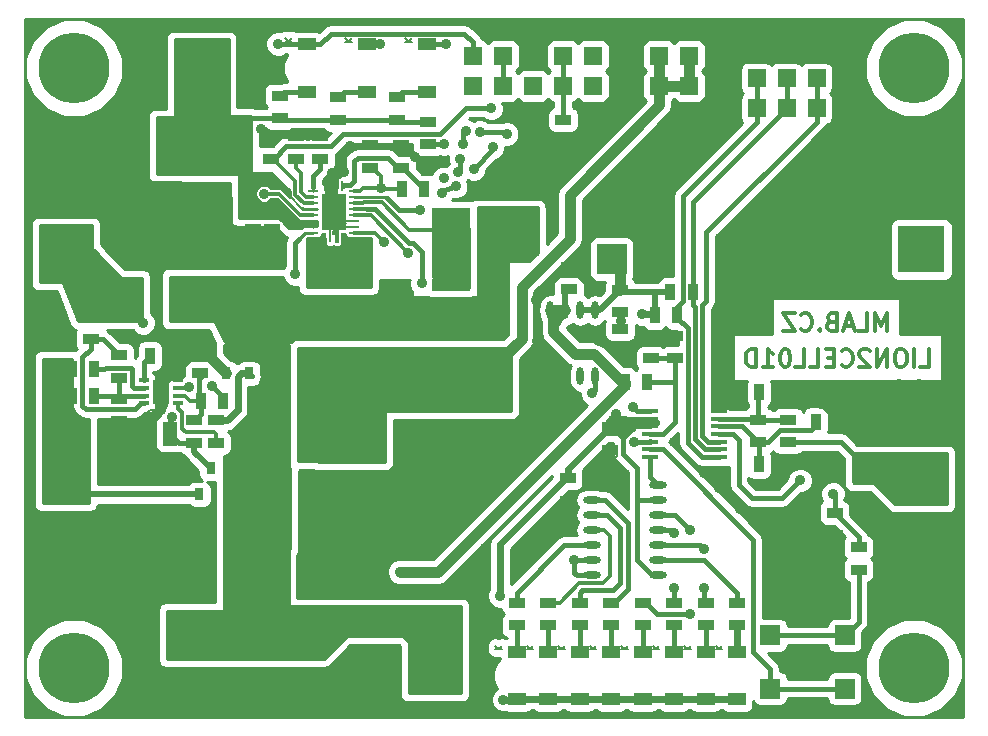
<source format=gbr>
G04 #@! TF.FileFunction,Copper,L2,Bot,Signal*
%FSLAX46Y46*%
G04 Gerber Fmt 4.6, Leading zero omitted, Abs format (unit mm)*
G04 Created by KiCad (PCBNEW 4.0.1-stable) date 18. 2. 2016 10:32:21*
%MOMM*%
G01*
G04 APERTURE LIST*
%ADD10C,0.300000*%
%ADD11C,0.150000*%
%ADD12R,4.000000X4.000000*%
%ADD13R,1.397000X0.889000*%
%ADD14R,2.499360X2.550160*%
%ADD15R,0.889000X1.397000*%
%ADD16R,2.499360X1.800860*%
%ADD17R,1.800860X2.499360*%
%ADD18R,1.524000X1.524000*%
%ADD19R,3.810000X3.810000*%
%ADD20R,5.500000X3.000000*%
%ADD21C,6.000000*%
%ADD22R,0.800100X1.000760*%
%ADD23R,3.200000X1.000000*%
%ADD24O,1.473200X0.609600*%
%ADD25R,1.676400X1.676400*%
%ADD26R,1.450000X0.450000*%
%ADD27R,0.850000X0.350000*%
%ADD28R,1.400000X2.000000*%
%ADD29R,2.550160X2.700020*%
%ADD30R,0.850000X0.280000*%
%ADD31R,2.050000X3.050000*%
%ADD32R,0.280000X0.850000*%
%ADD33R,0.280000X1.125000*%
%ADD34R,0.400000X0.450000*%
%ADD35C,0.600000*%
%ADD36R,3.330000X3.810000*%
%ADD37R,1.500000X1.050000*%
%ADD38R,1.200000X2.000000*%
%ADD39O,0.609600X1.473200*%
%ADD40C,0.890000*%
%ADD41C,0.400000*%
%ADD42C,0.890000*%
%ADD43C,0.500000*%
%ADD44C,0.180000*%
%ADD45C,0.600000*%
%ADD46C,0.200000*%
%ADD47C,0.250000*%
%ADD48C,0.254000*%
G04 APERTURE END LIST*
D10*
X76723000Y30563429D02*
X77437286Y30563429D01*
X77437286Y32063429D01*
X76223000Y30563429D02*
X76223000Y32063429D01*
X75223000Y32063429D02*
X74937286Y32063429D01*
X74794428Y31992000D01*
X74651571Y31849143D01*
X74580143Y31563429D01*
X74580143Y31063429D01*
X74651571Y30777714D01*
X74794428Y30634857D01*
X74937286Y30563429D01*
X75223000Y30563429D01*
X75365857Y30634857D01*
X75508714Y30777714D01*
X75580143Y31063429D01*
X75580143Y31563429D01*
X75508714Y31849143D01*
X75365857Y31992000D01*
X75223000Y32063429D01*
X73937285Y30563429D02*
X73937285Y32063429D01*
X73080142Y30563429D01*
X73080142Y32063429D01*
X72437285Y31920571D02*
X72365856Y31992000D01*
X72222999Y32063429D01*
X71865856Y32063429D01*
X71722999Y31992000D01*
X71651570Y31920571D01*
X71580142Y31777714D01*
X71580142Y31634857D01*
X71651570Y31420571D01*
X72508713Y30563429D01*
X71580142Y30563429D01*
X70080142Y30706286D02*
X70151571Y30634857D01*
X70365857Y30563429D01*
X70508714Y30563429D01*
X70722999Y30634857D01*
X70865857Y30777714D01*
X70937285Y30920571D01*
X71008714Y31206286D01*
X71008714Y31420571D01*
X70937285Y31706286D01*
X70865857Y31849143D01*
X70722999Y31992000D01*
X70508714Y32063429D01*
X70365857Y32063429D01*
X70151571Y31992000D01*
X70080142Y31920571D01*
X69437285Y31349143D02*
X68937285Y31349143D01*
X68722999Y30563429D02*
X69437285Y30563429D01*
X69437285Y32063429D01*
X68722999Y32063429D01*
X67365856Y30563429D02*
X68080142Y30563429D01*
X68080142Y32063429D01*
X66151570Y30563429D02*
X66865856Y30563429D01*
X66865856Y32063429D01*
X65365856Y32063429D02*
X65222999Y32063429D01*
X65080142Y31992000D01*
X65008713Y31920571D01*
X64937284Y31777714D01*
X64865856Y31492000D01*
X64865856Y31134857D01*
X64937284Y30849143D01*
X65008713Y30706286D01*
X65080142Y30634857D01*
X65222999Y30563429D01*
X65365856Y30563429D01*
X65508713Y30634857D01*
X65580142Y30706286D01*
X65651570Y30849143D01*
X65722999Y31134857D01*
X65722999Y31492000D01*
X65651570Y31777714D01*
X65580142Y31920571D01*
X65508713Y31992000D01*
X65365856Y32063429D01*
X63437285Y30563429D02*
X64294428Y30563429D01*
X63865856Y30563429D02*
X63865856Y32063429D01*
X64008713Y31849143D01*
X64151571Y31706286D01*
X64294428Y31634857D01*
X62794428Y30563429D02*
X62794428Y32063429D01*
X62437285Y32063429D01*
X62223000Y31992000D01*
X62080142Y31849143D01*
X62008714Y31706286D01*
X61937285Y31420571D01*
X61937285Y31206286D01*
X62008714Y30920571D01*
X62080142Y30777714D01*
X62223000Y30634857D01*
X62437285Y30563429D01*
X62794428Y30563429D01*
X73917428Y33611429D02*
X73917428Y35111429D01*
X73417428Y34040000D01*
X72917428Y35111429D01*
X72917428Y33611429D01*
X71488856Y33611429D02*
X72203142Y33611429D01*
X72203142Y35111429D01*
X71060285Y34040000D02*
X70345999Y34040000D01*
X71203142Y33611429D02*
X70703142Y35111429D01*
X70203142Y33611429D01*
X69203142Y34397143D02*
X68988856Y34325714D01*
X68917428Y34254286D01*
X68845999Y34111429D01*
X68845999Y33897143D01*
X68917428Y33754286D01*
X68988856Y33682857D01*
X69131714Y33611429D01*
X69703142Y33611429D01*
X69703142Y35111429D01*
X69203142Y35111429D01*
X69060285Y35040000D01*
X68988856Y34968571D01*
X68917428Y34825714D01*
X68917428Y34682857D01*
X68988856Y34540000D01*
X69060285Y34468571D01*
X69203142Y34397143D01*
X69703142Y34397143D01*
X68203142Y33754286D02*
X68131714Y33682857D01*
X68203142Y33611429D01*
X68274571Y33682857D01*
X68203142Y33754286D01*
X68203142Y33611429D01*
X66631713Y33754286D02*
X66703142Y33682857D01*
X66917428Y33611429D01*
X67060285Y33611429D01*
X67274570Y33682857D01*
X67417428Y33825714D01*
X67488856Y33968571D01*
X67560285Y34254286D01*
X67560285Y34468571D01*
X67488856Y34754286D01*
X67417428Y34897143D01*
X67274570Y35040000D01*
X67060285Y35111429D01*
X66917428Y35111429D01*
X66703142Y35040000D01*
X66631713Y34968571D01*
X66131713Y35111429D02*
X65131713Y35111429D01*
X66131713Y33611429D01*
X65131713Y33611429D01*
D11*
X41038780Y6659880D02*
X40733980Y6979920D01*
X41023540Y6697980D02*
X41295320Y6972300D01*
X41295320Y6667500D02*
X40726360Y6662420D01*
X43705780Y6659880D02*
X43400980Y6979920D01*
X43690540Y6697980D02*
X43962320Y6972300D01*
X43962320Y6667500D02*
X43393360Y6662420D01*
X46372780Y6659880D02*
X46067980Y6979920D01*
X46357540Y6697980D02*
X46629320Y6972300D01*
X46629320Y6667500D02*
X46060360Y6662420D01*
X49039780Y6659880D02*
X48734980Y6979920D01*
X49024540Y6697980D02*
X49296320Y6972300D01*
X49296320Y6667500D02*
X48727360Y6662420D01*
X51706780Y6659880D02*
X51401980Y6979920D01*
X51691540Y6697980D02*
X51963320Y6972300D01*
X51963320Y6667500D02*
X51394360Y6662420D01*
X54373780Y6659880D02*
X54068980Y6979920D01*
X54358540Y6697980D02*
X54630320Y6972300D01*
X54630320Y6667500D02*
X54061360Y6662420D01*
X57040780Y6659880D02*
X56735980Y6979920D01*
X57025540Y6697980D02*
X57297320Y6972300D01*
X57297320Y6667500D02*
X56728360Y6662420D01*
X59707780Y6659880D02*
X59402980Y6979920D01*
X59692540Y6697980D02*
X59964320Y6972300D01*
X59964320Y6667500D02*
X59395360Y6662420D01*
X23258780Y58094880D02*
X22953980Y58414920D01*
X23243540Y58132980D02*
X23515320Y58407300D01*
X23515320Y58102500D02*
X22946360Y58097420D01*
X28338780Y58094880D02*
X28033980Y58414920D01*
X28323540Y58132980D02*
X28595320Y58407300D01*
X28595320Y58102500D02*
X28026360Y58097420D01*
X33418780Y58094880D02*
X33113980Y58414920D01*
X33403540Y58132980D02*
X33675320Y58407300D01*
X33675320Y58102500D02*
X33106360Y58097420D01*
D12*
X4326500Y40511000D03*
X76826500Y40511000D03*
X4326500Y21211000D03*
X76826500Y21211000D03*
D13*
X8890000Y27876500D03*
X8890000Y25971500D03*
D14*
X17272000Y43718480D03*
X17272000Y48768000D03*
D13*
X20193000Y44132500D03*
X20193000Y42227500D03*
X8890000Y31559500D03*
X8890000Y29654500D03*
D15*
X11493500Y31496000D03*
X13398500Y31496000D03*
D13*
X21717000Y48196500D03*
X21717000Y50101500D03*
X21869400Y44132500D03*
X21869400Y42227500D03*
X15748000Y30035500D03*
X15748000Y31940500D03*
X32766000Y47434500D03*
X32766000Y49339500D03*
X24765000Y23431500D03*
X24765000Y21526500D03*
X50419000Y25463500D03*
X50419000Y23558500D03*
X62992000Y26098500D03*
X62992000Y24193500D03*
X69469000Y18224500D03*
X69469000Y16319500D03*
D15*
X63055500Y22352000D03*
X64960500Y22352000D03*
X63055500Y28448000D03*
X64960500Y28448000D03*
D13*
X53911500Y31305500D03*
X53911500Y33210500D03*
X46863000Y21145500D03*
X46863000Y19240500D03*
D16*
X9718040Y49276000D03*
X13716000Y49276000D03*
D17*
X18542000Y40098980D03*
X18542000Y36101020D03*
D18*
X19558000Y57150000D03*
X19558000Y54610000D03*
X17018000Y57150000D03*
X17018000Y54610000D03*
X14478000Y57150000D03*
X14478000Y54610000D03*
X11938000Y57150000D03*
X11938000Y54610000D03*
X49022000Y54356000D03*
X49022000Y56896000D03*
X38862000Y56896000D03*
X38862000Y54356000D03*
X43942000Y56896000D03*
X43942000Y54356000D03*
X46482000Y54356000D03*
X46482000Y56896000D03*
X41402000Y54356000D03*
X41402000Y56896000D03*
X31750000Y3810000D03*
X31750000Y6350000D03*
X34290000Y3810000D03*
X34290000Y6350000D03*
X36830000Y3810000D03*
X36830000Y6350000D03*
X39370000Y3810000D03*
X39370000Y6350000D03*
D19*
X14939000Y7874000D03*
X19939000Y7874000D03*
X14939000Y2921000D03*
X19939000Y2921000D03*
D18*
X62865000Y52451000D03*
X62865000Y54991000D03*
X65405000Y52451000D03*
X65405000Y54991000D03*
X67945000Y52451000D03*
X67945000Y54991000D03*
X59690000Y56896000D03*
X59690000Y54356000D03*
X57150000Y56896000D03*
X57150000Y54356000D03*
X54610000Y56896000D03*
X54610000Y54356000D03*
X52070000Y56896000D03*
X52070000Y54356000D03*
D20*
X27559000Y38909000D03*
X27559000Y28909000D03*
D21*
X76200000Y5080000D03*
X5080000Y55880000D03*
X5080000Y5080000D03*
X76200000Y55880000D03*
D22*
X18923000Y32214820D03*
X17970500Y30015180D03*
X19875500Y30015180D03*
D13*
X6477000Y32956500D03*
X6477000Y34861500D03*
D15*
X6794500Y28067000D03*
X4889500Y28067000D03*
X6794500Y30353000D03*
X4889500Y30353000D03*
D13*
X46482000Y51498500D03*
X46482000Y49593500D03*
X35052000Y51308000D03*
X35052000Y49403000D03*
X22479000Y51625500D03*
X22479000Y53530500D03*
X27432000Y51498500D03*
X27432000Y53403500D03*
X32385000Y51498500D03*
X32385000Y53403500D03*
D15*
X15811500Y27686000D03*
X17716500Y27686000D03*
D13*
X17081500Y26035000D03*
X17081500Y24130000D03*
X25908000Y48196500D03*
X25908000Y50101500D03*
X23876000Y48196500D03*
X23876000Y50101500D03*
D15*
X32829500Y45593000D03*
X34734500Y45593000D03*
D13*
X30099000Y49339500D03*
X30099000Y47434500D03*
D23*
X36957000Y37517000D03*
X36957000Y31317000D03*
D13*
X65532000Y24193500D03*
X65532000Y26098500D03*
D15*
X69786500Y25908000D03*
X67881500Y25908000D03*
D13*
X71501000Y13398500D03*
X71501000Y15303500D03*
X15240000Y24130000D03*
X15240000Y26035000D03*
X55943500Y33210500D03*
X55943500Y31305500D03*
D15*
X51689000Y29273500D03*
X53594000Y29273500D03*
D13*
X51308000Y35179000D03*
X51308000Y37084000D03*
X51308000Y31877000D03*
X51308000Y33782000D03*
X42545000Y8699500D03*
X42545000Y10604500D03*
X45212000Y8699500D03*
X45212000Y10604500D03*
X47879000Y8699500D03*
X47879000Y10604500D03*
X50546000Y8699500D03*
X50546000Y10604500D03*
X53213000Y8699500D03*
X53213000Y10604500D03*
X55880000Y8699500D03*
X55880000Y10604500D03*
X58547000Y8699500D03*
X58547000Y10604500D03*
D24*
X48895000Y12954000D03*
X48895000Y14224000D03*
X48895000Y15494000D03*
X48895000Y16764000D03*
X54483000Y16764000D03*
X54483000Y15494000D03*
X54483000Y14224000D03*
X54483000Y12954000D03*
X48895000Y18034000D03*
X48895000Y19304000D03*
X48895000Y20574000D03*
X54483000Y18034000D03*
X54483000Y19304000D03*
X54483000Y20574000D03*
D25*
X70333000Y7838000D03*
X70333000Y3338000D03*
X64033000Y7838000D03*
X64033000Y3338000D03*
D26*
X53819000Y22942000D03*
X53819000Y23592000D03*
X53819000Y24242000D03*
X53819000Y24892000D03*
X53819000Y25542000D03*
X53819000Y26192000D03*
X53819000Y26842000D03*
X59719000Y26842000D03*
X59719000Y26192000D03*
X59719000Y25542000D03*
X59719000Y24892000D03*
X59719000Y24242000D03*
X59719000Y23592000D03*
X59719000Y22942000D03*
D27*
X10971000Y28123000D03*
X10971000Y28773000D03*
X10971000Y29423000D03*
X13921000Y29423000D03*
X13921000Y28773000D03*
X13921000Y28123000D03*
X13921000Y27473000D03*
X10971000Y27473000D03*
D28*
X12446000Y28448000D03*
D29*
X35433000Y24384000D03*
X29083000Y24384000D03*
D18*
X70485000Y52451000D03*
X70485000Y54991000D03*
D30*
X25326000Y41938000D03*
D31*
X27051000Y43688000D03*
D30*
X25326000Y42438000D03*
X25326000Y42938000D03*
X25326000Y43438000D03*
X25326000Y43938000D03*
X25326000Y44438000D03*
X25326000Y44938000D03*
X25326000Y45438000D03*
D32*
X26301000Y45913000D03*
X27801000Y45913000D03*
D30*
X28776000Y45438000D03*
X28776000Y44938000D03*
X28776000Y44438000D03*
X28776000Y43938000D03*
X28776000Y43438000D03*
X28776000Y42938000D03*
X28776000Y42438000D03*
X28776000Y41938000D03*
D32*
X27801000Y41463000D03*
X26301000Y41463000D03*
D10*
G36*
X27491000Y41050500D02*
X27211000Y41050500D01*
X27211000Y42175500D01*
X27491000Y42175500D01*
X27491000Y41050500D01*
X27491000Y41050500D01*
G37*
D33*
X26751000Y41613000D03*
X26751000Y45763000D03*
X27351000Y45763000D03*
D34*
X27051000Y41938000D03*
X27051000Y45438000D03*
D35*
X27686000Y42545000D03*
X27686000Y44831000D03*
X26416000Y44831000D03*
X26416000Y42545000D03*
X27051000Y43688000D03*
D13*
X61214000Y8699500D03*
X61214000Y10604500D03*
D36*
X9282000Y36322000D03*
X15102000Y36322000D03*
X36968000Y42164000D03*
X42788000Y42164000D03*
D37*
X42545000Y2445000D03*
X42545000Y6445000D03*
X45212000Y2445000D03*
X45212000Y6445000D03*
X47879000Y2445000D03*
X47879000Y6445000D03*
X50546000Y2445000D03*
X50546000Y6445000D03*
X53213000Y2445000D03*
X53213000Y6445000D03*
X55880000Y2445000D03*
X55880000Y6445000D03*
X58547000Y2445000D03*
X58547000Y6445000D03*
X61214000Y2445000D03*
X61214000Y6445000D03*
X24765000Y53880000D03*
X24765000Y57880000D03*
X29845000Y53880000D03*
X29845000Y57880000D03*
X34925000Y53880000D03*
X34925000Y57880000D03*
D38*
X10668000Y24892000D03*
X13208000Y24892000D03*
D13*
X46990000Y37147500D03*
X46990000Y39052500D03*
D14*
X50609500Y44752260D03*
X50609500Y39702740D03*
D39*
X49212500Y29781500D03*
X47942500Y29781500D03*
X46672500Y29781500D03*
X45402500Y29781500D03*
X45402500Y35369500D03*
X46672500Y35369500D03*
X47942500Y35369500D03*
X49212500Y35369500D03*
D15*
X56134000Y34988500D03*
X54229000Y34988500D03*
X57467500Y36893500D03*
X55562500Y36893500D03*
D22*
X15684500Y19791680D03*
X16637000Y21991320D03*
X14732000Y21991320D03*
D23*
X72517000Y21411000D03*
X72517000Y27611000D03*
D40*
X37607240Y47071280D03*
X36385500Y46545500D03*
X36195000Y45275500D03*
X37401500Y45847000D03*
X38925500Y47307500D03*
X40513000Y49149000D03*
X41719500Y50292000D03*
X39433500Y50482500D03*
X38290500Y50546000D03*
X38036500Y49466500D03*
X37782500Y48196500D03*
X32639000Y13208000D03*
X10922000Y34290000D03*
X16764000Y28956000D03*
X33908924Y48346468D03*
X55910480Y24241760D03*
X18445480Y41915080D03*
X20259040Y39268400D03*
X22316440Y39248080D03*
X15331440Y39293800D03*
X20891500Y50736500D03*
X52621491Y32575500D03*
X43357800Y15189200D03*
X45161200Y16967200D03*
X27965400Y47091598D03*
X73533000Y28956000D03*
X72263000Y28956000D03*
X71120000Y28956000D03*
X69596000Y28956000D03*
X76708000Y27813000D03*
X76581000Y29083000D03*
X74930000Y29083000D03*
X75438000Y27686000D03*
X12446000Y26924000D03*
X14668500Y15811500D03*
X14732000Y17208500D03*
X13271500Y17589500D03*
X11620500Y17589500D03*
X9779000Y17589500D03*
X8255000Y17589500D03*
X6477000Y17589500D03*
X4635500Y17589500D03*
X2857500Y17335500D03*
X3619500Y16065500D03*
X5016500Y14986000D03*
X7175500Y14478000D03*
X8953500Y14478000D03*
X10604500Y14478000D03*
X12446000Y14541500D03*
X14351000Y14351000D03*
X4127500Y33909000D03*
X4572000Y32575500D03*
X1270000Y36004500D03*
X60198000Y34163000D03*
X51308000Y46926500D03*
X53975000Y49720500D03*
X59372500Y49657000D03*
X57467500Y47815500D03*
X77406500Y44577000D03*
X72009000Y44386500D03*
X66929000Y44450000D03*
X49593500Y50165000D03*
X51371500Y52070000D03*
X49974500Y32575500D03*
X47815500Y33528000D03*
X48958500Y37274500D03*
X54546500Y44577000D03*
X52959000Y44640500D03*
X33528000Y11557000D03*
X41021000Y22161500D03*
X39687500Y20891500D03*
X37846000Y18923000D03*
X35433000Y16637000D03*
X33528000Y15811500D03*
X31115000Y15811500D03*
X29210000Y15748000D03*
X26733500Y15811500D03*
X24701500Y15748000D03*
X24892000Y18732500D03*
X48895000Y33083500D03*
X46736000Y27114500D03*
X44196000Y36258500D03*
X44259500Y32766000D03*
X43688000Y27775180D03*
X8890000Y24637999D03*
X7620000Y24638000D03*
X41402000Y23622000D03*
X39116000Y23368000D03*
X36322000Y21336000D03*
X34544000Y21336000D03*
X32766000Y20320000D03*
X30734000Y20320000D03*
X73152000Y9398000D03*
X73152000Y11430000D03*
X73406000Y13208000D03*
X73406000Y14986000D03*
X76962000Y37338000D03*
X68834000Y37338000D03*
X60198000Y37338000D03*
X60198000Y29972000D03*
X61214000Y28194000D03*
X59944000Y28194000D03*
X69596000Y13208000D03*
X70104000Y11938000D03*
X70104000Y10414000D03*
X64262000Y11938000D03*
X64262000Y13462000D03*
X64262000Y14986000D03*
X64262000Y18288000D03*
X67056000Y19050000D03*
X67564000Y17018000D03*
X13970000Y42672000D03*
X12446000Y43180000D03*
X11049000Y42672000D03*
X9017000Y41910000D03*
X7874000Y46228000D03*
X9398000Y44323000D03*
X29337000Y20319994D03*
X27813002Y20320002D03*
X26162000Y20447000D03*
X17399000Y30586680D03*
X73406000Y16510000D03*
X72136000Y17526000D03*
X71628000Y19050000D03*
X73152000Y18288000D03*
X74930000Y17272000D03*
X76454000Y17272000D03*
X77978000Y17272000D03*
X79502000Y17272000D03*
X71628000Y26289000D03*
X73152000Y26289000D03*
X76200000Y26416000D03*
X77724000Y26416000D03*
X79248000Y26416000D03*
X79248000Y25146000D03*
X77724000Y25146000D03*
X76200000Y25146000D03*
X74676000Y25146000D03*
X73660000Y24765000D03*
X72390000Y24765000D03*
X71247000Y24892000D03*
X69850000Y27432000D03*
X68326000Y27432000D03*
X28829000Y2921000D03*
X27686000Y2921000D03*
X26543000Y2921000D03*
X25400000Y2921000D03*
X24257000Y2921000D03*
X22987000Y2921000D03*
X44196000Y25019000D03*
X43180000Y24003000D03*
X69469000Y14859000D03*
X24910607Y50101500D03*
X46228000Y48260000D03*
X9906000Y57404000D03*
X9906000Y56261000D03*
X9906000Y55118000D03*
X9906000Y53848000D03*
X9906000Y52578000D03*
X11684000Y44450000D03*
X11684000Y45720000D03*
X10414000Y45720000D03*
X10541000Y40386000D03*
X9144000Y40386000D03*
X39370000Y11938000D03*
X39370000Y13716000D03*
X39878000Y15240000D03*
X70358000Y50292000D03*
X71501000Y50292000D03*
X72517000Y50292000D03*
X73787000Y50292000D03*
X15748000Y33147000D03*
X14224000Y33147000D03*
X9652000Y33147000D03*
X42418000Y13208000D03*
X46736000Y17780000D03*
X12192000Y4318000D03*
X12192000Y3048000D03*
X12192000Y1524000D03*
X65913000Y14859000D03*
X61468000Y18542000D03*
X58420000Y21590000D03*
X59690000Y20320000D03*
X66548000Y9144000D03*
X68199000Y9144000D03*
X65532000Y9652000D03*
X64389000Y9652000D03*
X44704000Y46736000D03*
X42926000Y45212000D03*
X44450000Y45212000D03*
X46228000Y46672500D03*
X45529500Y44323000D03*
X30480000Y1524000D03*
X32004000Y1524000D03*
X33528000Y1524000D03*
X35052000Y1524000D03*
X36576000Y1524000D03*
X38100000Y1524000D03*
X54864000Y59182000D03*
X56388000Y59182000D03*
X57912000Y59182000D03*
X59436000Y59182000D03*
X60960000Y59182000D03*
X7620000Y49276000D03*
X7620000Y48006000D03*
X16764000Y45720000D03*
X15494000Y45720000D03*
X14224000Y45720000D03*
X12954000Y45720000D03*
X2540000Y50038000D03*
X4318000Y50038000D03*
X6096000Y50038000D03*
X2540000Y48768000D03*
X2540000Y47498000D03*
X2540000Y46228000D03*
X2540000Y44958000D03*
X2540000Y43688000D03*
X4064000Y43688000D03*
X5588000Y43688000D03*
X7112000Y43688000D03*
X20066000Y53086000D03*
X28448000Y49276000D03*
X26924000Y46990000D03*
X67818000Y48768000D03*
X66294000Y47244000D03*
X65024000Y45974000D03*
X63500000Y44450000D03*
X66294000Y28448000D03*
X68072000Y28956000D03*
X50927000Y21209000D03*
X50165000Y22098000D03*
X40386000Y52451000D03*
X36957000Y31317000D03*
X34536057Y37632179D03*
X52387500Y27178000D03*
X69342000Y19812000D03*
X21183600Y45237400D03*
X22352000Y57912000D03*
X23799800Y38430200D03*
X36576000Y57912000D03*
X33374555Y40240311D03*
X31032131Y45742040D03*
X66548000Y20955000D03*
X57213500Y16764000D03*
X57213500Y9652000D03*
X55880000Y16510000D03*
X55880000Y11811000D03*
X58420000Y15113000D03*
X58420000Y11811000D03*
X52514500Y24193500D03*
X47434500Y14224000D03*
X41427400Y2387600D03*
X53149500Y35052000D03*
X50927000Y26543000D03*
X41148000Y11176000D03*
X51371500Y34480500D03*
X48958500Y28321000D03*
X14834564Y28826891D03*
X13396489Y26304571D03*
X31318200Y41148000D03*
X30988000Y57912000D03*
X34335720Y43845480D03*
X36377519Y49445082D03*
D41*
X37782500Y48196500D02*
X37782500Y47246540D01*
X37782500Y47246540D02*
X37607240Y47071280D01*
X37401500Y45847000D02*
X36449000Y45529500D01*
X36449000Y45529500D02*
X36195000Y45275500D01*
X40513000Y49149000D02*
X40513000Y49026740D01*
X40513000Y49026740D02*
X38925500Y47307500D01*
X39433500Y50482500D02*
X41529000Y50482500D01*
X41529000Y50482500D02*
X41719500Y50292000D01*
X38036500Y49466500D02*
X38036500Y50292000D01*
X38036500Y50292000D02*
X38290500Y50546000D01*
D42*
X51689000Y29273500D02*
X51495534Y29273500D01*
X51495534Y29273500D02*
X49088544Y31680490D01*
X49088544Y31680490D02*
X47480270Y31680490D01*
X47480270Y31680490D02*
X45656990Y33503770D01*
X45656990Y34187230D02*
X45656990Y33503770D01*
X45656990Y34353990D02*
X45656990Y33503770D01*
X46672500Y35369500D02*
X45656990Y34353990D01*
X32639000Y13208000D02*
X35877500Y13208000D01*
X35877500Y13208000D02*
X51689000Y29019500D01*
X51689000Y29019500D02*
X51689000Y29273500D01*
D43*
X46672500Y35369500D02*
X46672500Y36830000D01*
X46672500Y36830000D02*
X46990000Y37147500D01*
D42*
X45656990Y34187230D02*
X45656990Y35115010D01*
X45656990Y35115010D02*
X45402500Y35369500D01*
X45910500Y35369500D02*
X46672500Y35369500D01*
X45402500Y35369500D02*
X45910500Y35369500D01*
X45910500Y35369500D02*
X45910500Y34440740D01*
X45910500Y34440740D02*
X45656990Y34187230D01*
D41*
X9282000Y36322000D02*
X9282000Y35930000D01*
X9282000Y35930000D02*
X10922000Y34290000D01*
X17716500Y27686000D02*
X17716500Y28003500D01*
X17716500Y28003500D02*
X16764000Y28956000D01*
X17716500Y27686000D02*
X17716500Y27800270D01*
X10414000Y35190000D02*
X9282000Y36322000D01*
X5778999Y39179999D02*
X5334000Y38735000D01*
X5836325Y39237325D02*
X5778999Y39179999D01*
X5836325Y39243000D02*
X5836325Y39237325D01*
X6217325Y39243000D02*
X5836325Y39243000D01*
X7048999Y40125001D02*
X7048999Y40074674D01*
X4390000Y40384000D02*
X6790000Y40384000D01*
X6644000Y39243000D02*
X5836325Y39243000D01*
X9565000Y36322000D02*
X6644000Y39243000D01*
X7048999Y40074674D02*
X6217325Y39243000D01*
X6790000Y40384000D02*
X7048999Y40125001D01*
X17589500Y27686000D02*
X17546756Y27686000D01*
X8890000Y27876500D02*
X8890000Y29654500D01*
X6794500Y28067000D02*
X8699500Y28067000D01*
X8699500Y28067000D02*
X8890000Y27876500D01*
X10971000Y28123000D02*
X9136500Y28123000D01*
X9136500Y28123000D02*
X8890000Y27876500D01*
X8763000Y28003500D02*
X8890000Y27876500D01*
X33020000Y49339500D02*
X33908924Y48450576D01*
X33908924Y48450576D02*
X33908924Y48346468D01*
X32766000Y49339500D02*
X33020000Y49339500D01*
D44*
X55910480Y24099520D02*
X55910480Y24241760D01*
X58420000Y21590000D02*
X55910480Y24099520D01*
X18000481Y42360079D02*
X18445480Y41915080D01*
X14132560Y46228000D02*
X18000481Y42360079D01*
X7874000Y46228000D02*
X14132560Y46228000D01*
X20279360Y39248080D02*
X20259040Y39268400D01*
X22316440Y39248080D02*
X20279360Y39248080D01*
X15776439Y39738799D02*
X15331440Y39293800D01*
X16136620Y40098980D02*
X15776439Y39738799D01*
X18542000Y40098980D02*
X16136620Y40098980D01*
D10*
X27965400Y47091598D02*
X27965400Y47015400D01*
X27965400Y47015400D02*
X27638001Y46688001D01*
X27638001Y46688001D02*
X27380999Y46688001D01*
X27380999Y46688001D02*
X27310999Y46618001D01*
X27310999Y46618001D02*
X27310999Y45763000D01*
X27310999Y46618001D02*
X27310999Y46418500D01*
X27310999Y46418500D02*
X27310999Y45763000D01*
X26924000Y46360675D02*
X27253174Y46360675D01*
X27253174Y46360675D02*
X27310999Y46418500D01*
X26924000Y46360675D02*
X27114500Y46170175D01*
X27114500Y46170175D02*
X27310999Y45973676D01*
X26751000Y45806675D02*
X27114500Y46170175D01*
X26751000Y45763000D02*
X26751000Y45806675D01*
X26751000Y45763000D02*
X27310999Y45763000D01*
X27310999Y45763000D02*
X27310999Y45910500D01*
X27310999Y45973676D02*
X27310999Y45910500D01*
X27051000Y45438000D02*
X27051000Y45463000D01*
X27051000Y45463000D02*
X27310999Y45722999D01*
X27310999Y45722999D02*
X27310999Y45910500D01*
X26924000Y46990000D02*
X26924000Y46360675D01*
D44*
X20891500Y50736500D02*
X20828000Y50800000D01*
D43*
X24910607Y50101500D02*
X21526500Y50101500D01*
X21526500Y50101500D02*
X20891500Y50736500D01*
X52621491Y32575500D02*
X52641500Y32575500D01*
D41*
X49974500Y32575500D02*
X52621491Y32575500D01*
D44*
X43987125Y15189200D02*
X43357800Y15189200D01*
X44145200Y15189200D02*
X43987125Y15189200D01*
X46736000Y17780000D02*
X44145200Y15189200D01*
X26924000Y46990000D02*
X27863802Y46990000D01*
X27863802Y46990000D02*
X27965400Y47091598D01*
X72263000Y28956000D02*
X73533000Y28956000D01*
X69596000Y28956000D02*
X71120000Y28956000D01*
X76581000Y29083000D02*
X76581000Y27940000D01*
X76581000Y27940000D02*
X76708000Y27813000D01*
X75438000Y27686000D02*
X75438000Y28575000D01*
X75438000Y28575000D02*
X74930000Y29083000D01*
X10668000Y24892000D02*
X10668000Y26072000D01*
X10668000Y26072000D02*
X11520000Y26924000D01*
X11520000Y26924000D02*
X12446000Y26924000D01*
D43*
X13271500Y17589500D02*
X14351000Y17589500D01*
X14351000Y17589500D02*
X14732000Y17208500D01*
X9779000Y17589500D02*
X11620500Y17589500D01*
X6477000Y17589500D02*
X8255000Y17589500D01*
X2857500Y17335500D02*
X4381500Y17335500D01*
X4381500Y17335500D02*
X4635500Y17589500D01*
X5016500Y14986000D02*
X4699000Y14986000D01*
X4699000Y14986000D02*
X3619500Y16065500D01*
X8953500Y14478000D02*
X7175500Y14478000D01*
X12446000Y14541500D02*
X10668000Y14541500D01*
X10668000Y14541500D02*
X10604500Y14478000D01*
X10668000Y4787000D02*
X10668000Y10668000D01*
X10668000Y10668000D02*
X14351000Y14351000D01*
X14939000Y2921000D02*
X12534000Y2921000D01*
X12534000Y2921000D02*
X10668000Y4787000D01*
X14939000Y2921000D02*
X10604500Y2921000D01*
D45*
X1270000Y36004500D02*
X1270000Y35877500D01*
X1270000Y35877500D02*
X4572000Y32575500D01*
X53975000Y49720500D02*
X53975000Y49593500D01*
X53975000Y49593500D02*
X51308000Y46926500D01*
X57467500Y47815500D02*
X57531000Y47815500D01*
X57531000Y47815500D02*
X59372500Y49657000D01*
X72009000Y44386500D02*
X77216000Y44386500D01*
X77216000Y44386500D02*
X77406500Y44577000D01*
X63500000Y44450000D02*
X66929000Y44450000D01*
X52070000Y54356000D02*
X52070000Y52768500D01*
X52070000Y52768500D02*
X51371500Y52070000D01*
D43*
X49403000Y32575500D02*
X49974500Y32575500D01*
D45*
X47815500Y33528000D02*
X49022000Y33528000D01*
X49022000Y33528000D02*
X49974500Y32575500D01*
X46990000Y39052500D02*
X47180500Y39052500D01*
X47180500Y39052500D02*
X48958500Y37274500D01*
X50609500Y44752260D02*
X52847240Y44752260D01*
X52847240Y44752260D02*
X52959000Y44640500D01*
X39687500Y20891500D02*
X39751000Y20891500D01*
X39751000Y20891500D02*
X41021000Y22161500D01*
X35433000Y16637000D02*
X35560000Y16637000D01*
X35560000Y16637000D02*
X37846000Y18923000D01*
X31115000Y15811500D02*
X33528000Y15811500D01*
X26733500Y15811500D02*
X29146500Y15811500D01*
X29146500Y15811500D02*
X29210000Y15748000D01*
X24892000Y18732500D02*
X24892000Y15938500D01*
X24892000Y15938500D02*
X24701500Y15748000D01*
D43*
X48895000Y33083500D02*
X49403000Y32575500D01*
X46672500Y29781500D02*
X46672500Y27178000D01*
X46672500Y27178000D02*
X46736000Y27114500D01*
X44259500Y32766000D02*
X44259500Y36195000D01*
X44259500Y36195000D02*
X44196000Y36258500D01*
D10*
X42926000Y28537180D02*
X43688000Y27775180D01*
D43*
X44196000Y25019000D02*
X44196000Y27267180D01*
X44196000Y27267180D02*
X43688000Y27775180D01*
D44*
X8890000Y25971500D02*
X8890000Y24637999D01*
D41*
X8890000Y25971500D02*
X8890000Y25908000D01*
X8890000Y25908000D02*
X7620000Y24638000D01*
D44*
X36322000Y21336000D02*
X37084000Y21336000D01*
X37084000Y21336000D02*
X39116000Y23368000D01*
X32766000Y20320000D02*
X33528000Y20320000D01*
X33528000Y20320000D02*
X34544000Y21336000D01*
X29337000Y20319994D02*
X30733994Y20319994D01*
X30733994Y20319994D02*
X30734000Y20320000D01*
X73406000Y13208000D02*
X73406000Y11684000D01*
X73406000Y11684000D02*
X73152000Y11430000D01*
X73406000Y16510000D02*
X73406000Y14986000D01*
X60198000Y37338000D02*
X68834000Y37338000D01*
X61214000Y28194000D02*
X61214000Y28956000D01*
X61214000Y28956000D02*
X60198000Y29972000D01*
X59719000Y26842000D02*
X59719000Y27969000D01*
X59719000Y27969000D02*
X59944000Y28194000D01*
X70104000Y10414000D02*
X70104000Y11938000D01*
X64262000Y13462000D02*
X64262000Y11938000D01*
X64262000Y18288000D02*
X64262000Y14986000D01*
X67564000Y17018000D02*
X67564000Y18542000D01*
X67564000Y18542000D02*
X67056000Y19050000D01*
X11049000Y42672000D02*
X13970000Y42672000D01*
X11816675Y43180000D02*
X12446000Y43180000D01*
X11043325Y43180000D02*
X11816675Y43180000D01*
X10662325Y43561000D02*
X11043325Y43180000D01*
X9017000Y43434000D02*
X9017000Y42539325D01*
X9080999Y43497999D02*
X9017000Y43434000D01*
X9017000Y42539325D02*
X9017000Y41910000D01*
X13462000Y46007020D02*
X11590020Y46007020D01*
X11684000Y44450000D02*
X10795000Y43561000D01*
X10795000Y43561000D02*
X10662325Y43561000D01*
X9144000Y43561000D02*
X9080999Y43497999D01*
X11590020Y46007020D02*
X9080999Y43497999D01*
X10662325Y43561000D02*
X9144000Y43561000D01*
X9842999Y43878001D02*
X9398000Y44323000D01*
X16953230Y42037000D02*
X16885325Y42037000D01*
X21653500Y42037000D02*
X16885325Y42037000D01*
X18542000Y40098980D02*
X18542000Y40448230D01*
X22098000Y42481500D02*
X21653500Y42037000D01*
X16885325Y42037000D02*
X11684000Y42037000D01*
X11684000Y42037000D02*
X9842999Y43878001D01*
X18542000Y40448230D02*
X16953230Y42037000D01*
X27813002Y20320002D02*
X29336992Y20320002D01*
X29336992Y20320002D02*
X29337000Y20319994D01*
X26098500Y20447000D02*
X26162000Y20447000D01*
X25019000Y21526500D02*
X26098500Y20447000D01*
X24765000Y21526500D02*
X25019000Y21526500D01*
D42*
X17399000Y30586680D02*
X16299180Y31686500D01*
X17970500Y30015180D02*
X17399000Y30586680D01*
D10*
X71628000Y19050000D02*
X68326000Y22352000D01*
X68326000Y22352000D02*
X64960500Y22352000D01*
X42926000Y30924500D02*
X42926000Y28537180D01*
X44196000Y27267180D02*
X44196000Y26316940D01*
X44196000Y31940500D02*
X43942000Y31940500D01*
X43942000Y31940500D02*
X42926000Y30924500D01*
D41*
X71628000Y19050000D02*
X71628000Y18034000D01*
X71628000Y18034000D02*
X72136000Y17526000D01*
X74930000Y17272000D02*
X74168000Y17272000D01*
X74168000Y17272000D02*
X73152000Y18288000D01*
X77978000Y17272000D02*
X76454000Y17272000D01*
X80010000Y17780000D02*
X79502000Y17272000D01*
X80010000Y24384000D02*
X80010000Y17780000D01*
X79692999Y24701001D02*
X80010000Y24384000D01*
X79248000Y25146000D02*
X79692999Y24701001D01*
X76200000Y26416000D02*
X75438000Y26416000D01*
X75438000Y26416000D02*
X73152000Y26289000D01*
X79248000Y26416000D02*
X77724000Y26416000D01*
X77724000Y25146000D02*
X79248000Y25146000D01*
X74676000Y25146000D02*
X76200000Y25146000D01*
X72390000Y24765000D02*
X72390000Y24511000D01*
X72390000Y24511000D02*
X73660000Y24765000D01*
X69850000Y27432000D02*
X71247000Y24892000D01*
X69786500Y25908000D02*
X69786500Y25971500D01*
X69786500Y25971500D02*
X68326000Y27432000D01*
X26543000Y2921000D02*
X27686000Y2921000D01*
X24257000Y2921000D02*
X25400000Y2921000D01*
X19939000Y2921000D02*
X22987000Y2921000D01*
D44*
X12065000Y1270000D02*
X12065000Y1977388D01*
X12065000Y3556000D02*
X12065000Y3175000D01*
X14939000Y2921000D02*
X12854000Y2921000D01*
X12854000Y2921000D02*
X12065000Y3710000D01*
X12065000Y3710000D02*
X12065000Y4445000D01*
X26751000Y45763000D02*
X26751000Y45738000D01*
X26751000Y45738000D02*
X27051000Y45438000D01*
X28776000Y42938000D02*
X27801000Y42938000D01*
X27801000Y42938000D02*
X27051000Y43688000D01*
X27351000Y45763000D02*
X27351000Y43988000D01*
X27351000Y43988000D02*
X27051000Y43688000D01*
X13398500Y31496000D02*
X15684500Y31496000D01*
X15684500Y31496000D02*
X15875000Y31686500D01*
X13921000Y29423000D02*
X13921000Y30973500D01*
X13921000Y30973500D02*
X13398500Y31496000D01*
X12771000Y28773000D02*
X12446000Y28448000D01*
X69469000Y14859000D02*
X69469000Y16319500D01*
X51054000Y23304500D02*
X51054000Y22987000D01*
X27355999Y41706999D02*
X27355999Y41529000D01*
X27355999Y41859001D02*
X27355999Y41706999D01*
X27051000Y41938000D02*
X27277000Y41938000D01*
X27277000Y41938000D02*
X27355999Y41859001D01*
X27051000Y41938000D02*
X27051000Y43688000D01*
X26751000Y41613000D02*
X26751000Y43388000D01*
X26751000Y43388000D02*
X27051000Y43688000D01*
X27051000Y43688000D02*
X27051000Y43180000D01*
X27051000Y43180000D02*
X27793000Y42438000D01*
X27793000Y42438000D02*
X28101000Y42438000D01*
X28101000Y42438000D02*
X28776000Y42438000D01*
X44196000Y26316940D02*
X44196000Y25019000D01*
X21717000Y50101500D02*
X23876000Y50101500D01*
X23876000Y50101500D02*
X24910607Y50101500D01*
X24910607Y50101500D02*
X25908000Y50101500D01*
X48895000Y20574000D02*
X50292000Y20574000D01*
X42799000Y24384000D02*
X43180000Y24003000D01*
X35433000Y24384000D02*
X42799000Y24384000D01*
X46482000Y48514000D02*
X46228000Y48260000D01*
X46482000Y49593500D02*
X46482000Y48514000D01*
X30099000Y49339500D02*
X32766000Y49339500D01*
X52070000Y55368000D02*
X52070000Y56896000D01*
X52070000Y54356000D02*
X52070000Y55368000D01*
X59690000Y54356000D02*
X59690000Y56896000D01*
X70485000Y55368000D02*
X70485000Y56896000D01*
X70485000Y54356000D02*
X70485000Y55368000D01*
X70485000Y54356000D02*
X70485000Y52705000D01*
X11938000Y57150000D02*
X9906000Y57404000D01*
X9906000Y56261000D02*
X9906000Y55372000D01*
X9906000Y55118000D02*
X9906000Y53848000D01*
X11684000Y45720000D02*
X10414000Y45720000D01*
X10541000Y40386000D02*
X9144000Y40386000D01*
X39370000Y6350000D02*
X39370000Y11938000D01*
X39370000Y13716000D02*
X39878000Y15240000D01*
X70358000Y50292000D02*
X71501000Y50292000D01*
X72517000Y50292000D02*
X73787000Y50292000D01*
X14097000Y31496000D02*
X15748000Y33147000D01*
X13398500Y31496000D02*
X14097000Y31496000D01*
X14224000Y33147000D02*
X9652000Y33147000D01*
X46609000Y19240500D02*
X42418000Y15049500D01*
X46863000Y19240500D02*
X46609000Y19240500D01*
X42418000Y15049500D02*
X42418000Y13208000D01*
X13589000Y2921000D02*
X12192000Y4318000D01*
X14939000Y2921000D02*
X13589000Y2921000D01*
X12192000Y3302000D02*
X12192000Y3048000D01*
X64770000Y14859000D02*
X61468000Y18542000D01*
X65913000Y14859000D02*
X64770000Y14859000D01*
X65913000Y14859000D02*
X66548000Y9144000D01*
X66294000Y9144000D02*
X65532000Y9652000D01*
X66548000Y9144000D02*
X66294000Y9144000D01*
X64389000Y9652000D02*
X63627000Y9652000D01*
X65913000Y16192500D02*
X65913000Y14859000D01*
X78486000Y37084000D02*
X79502000Y36068000D01*
X79502000Y28194000D02*
X77724000Y26416000D01*
X60452000Y37084000D02*
X78486000Y37084000D01*
X60452000Y27980000D02*
X60452000Y37084000D01*
X59719000Y27247000D02*
X60452000Y27980000D01*
X79502000Y36068000D02*
X79502000Y28194000D01*
X59719000Y26842000D02*
X59719000Y27247000D01*
D42*
X16299180Y31686500D02*
X15875000Y31686500D01*
D44*
X44704000Y46736000D02*
X42926000Y45212000D01*
X44450000Y45212000D02*
X46228000Y46672500D01*
X30480000Y1524000D02*
X32004000Y1524000D01*
X33528000Y1524000D02*
X35052000Y1524000D01*
X36576000Y1524000D02*
X38100000Y1524000D01*
X54864000Y59182000D02*
X56388000Y59182000D01*
X57912000Y59182000D02*
X59436000Y59182000D01*
X9718040Y49276000D02*
X7620000Y49276000D01*
X16764000Y45681560D02*
X16764000Y45720000D01*
X17272000Y45173560D02*
X16764000Y45681560D01*
X17272000Y43718480D02*
X17272000Y45173560D01*
X15494000Y45720000D02*
X14224000Y45720000D01*
X2540000Y50038000D02*
X4318000Y50038000D01*
X2540000Y50038000D02*
X2540000Y48768000D01*
X2540000Y47498000D02*
X2540000Y46228000D01*
X2540000Y44958000D02*
X2540000Y43688000D01*
X4064000Y43688000D02*
X5588000Y43688000D01*
X19558000Y53594000D02*
X20066000Y53086000D01*
X19558000Y54610000D02*
X19558000Y53594000D01*
X21717000Y50101500D02*
X21526500Y50101500D01*
X28511500Y49339500D02*
X28448000Y49276000D01*
X30099000Y49339500D02*
X28511500Y49339500D01*
X69342000Y50292000D02*
X67818000Y48768000D01*
X70358000Y50292000D02*
X69342000Y50292000D01*
X66294000Y47244000D02*
X65024000Y45974000D01*
X67564000Y28448000D02*
X68072000Y28956000D01*
X66294000Y28448000D02*
X67564000Y28448000D01*
X51054000Y22987000D02*
X50165000Y22098000D01*
X50292000Y20574000D02*
X50927000Y21209000D01*
D46*
X20510500Y46482000D02*
X20193000Y46164500D01*
X20193000Y46164500D02*
X20193000Y44132500D01*
X21845410Y46482000D02*
X20510500Y46482000D01*
X23241000Y45100823D02*
X23226587Y45100823D01*
X23226587Y45100823D02*
X21845410Y46482000D01*
X25326000Y43938000D02*
X24403823Y43938000D01*
X24403823Y43938000D02*
X23241000Y45100823D01*
D41*
X35052000Y51308000D02*
X32575500Y51308000D01*
X32575500Y51308000D02*
X32385000Y51498500D01*
D47*
X25326000Y42438000D02*
X25326000Y42938000D01*
D48*
X22987000Y51467000D02*
X23489802Y51467000D01*
X14224000Y49877980D02*
X18524220Y49877980D01*
X18524220Y49877980D02*
X18796000Y50149760D01*
X14478000Y54610000D02*
X14478000Y50131980D01*
X14478000Y50131980D02*
X14224000Y49877980D01*
D41*
X32385000Y51498500D02*
X27432000Y51498500D01*
X22606000Y51498500D02*
X22479000Y51625500D01*
X27432000Y51498500D02*
X22606000Y51498500D01*
X22479000Y51625500D02*
X16827500Y51625500D01*
X17399000Y51054000D02*
X17399000Y50276760D01*
X16827500Y51625500D02*
X17399000Y51054000D01*
X10971000Y27473000D02*
X10721000Y27473000D01*
X10721000Y27473000D02*
X10216499Y26968499D01*
X10216499Y26968499D02*
X6051501Y26968499D01*
X6051501Y26968499D02*
X5734001Y27285999D01*
X5734001Y27285999D02*
X5734001Y31369001D01*
X5734001Y31369001D02*
X6477000Y32112000D01*
X6477000Y32112000D02*
X6477000Y32956500D01*
X6477000Y32956500D02*
X7493000Y32956500D01*
X7493000Y32956500D02*
X8890000Y31559500D01*
X10971000Y29423000D02*
X10971000Y30973500D01*
X10971000Y30973500D02*
X11493500Y31496000D01*
D10*
X25326000Y44438000D02*
X24540233Y44438000D01*
X24540233Y44438000D02*
X23820492Y45157741D01*
X23820492Y45157741D02*
X23820492Y46288588D01*
X23820492Y46288588D02*
X21912580Y48196500D01*
X21912580Y48196500D02*
X21717000Y48196500D01*
D41*
X21717000Y48196500D02*
X21971000Y48196500D01*
X21971000Y48196500D02*
X23030999Y49256499D01*
X23030999Y49256499D02*
X26822297Y49256499D01*
X26822297Y49256499D02*
X27813299Y50247501D01*
X36028743Y50247501D02*
X27813299Y50247501D01*
X38232242Y52451000D02*
X36028743Y50247501D01*
X40386000Y52451000D02*
X38232242Y52451000D01*
X15811500Y27686000D02*
X15811500Y26606500D01*
X15811500Y26606500D02*
X15240000Y26035000D01*
D10*
X13921000Y28123000D02*
X14465002Y28123000D01*
X14465002Y28123000D02*
X14902002Y27686000D01*
X14902002Y27686000D02*
X15811500Y27686000D01*
D41*
X15684500Y27686000D02*
X15684500Y29591000D01*
X15684500Y29591000D02*
X15875000Y29781500D01*
X28452001Y45978001D02*
X27891001Y45978001D01*
X27891001Y45978001D02*
X27891001Y45913000D01*
X32512000Y47434500D02*
X31667499Y48279001D01*
X31667499Y48279001D02*
X29080499Y48279001D01*
X29080499Y48279001D02*
X28810401Y48008903D01*
X28810401Y48008903D02*
X28810401Y46336401D01*
X28810401Y46336401D02*
X28452001Y45978001D01*
X32766000Y47434500D02*
X32512000Y47434500D01*
X32766000Y47434500D02*
X32893000Y47434500D01*
X32893000Y47434500D02*
X34734500Y45593000D01*
D10*
X28776000Y43938000D02*
X30559742Y43938000D01*
X30559742Y43938000D02*
X30563742Y43942000D01*
D42*
X42989500Y32956500D02*
X41350000Y31317000D01*
X41350000Y31317000D02*
X36957000Y31317000D01*
X42989500Y37356002D02*
X42989500Y32956500D01*
X54610000Y54356000D02*
X54610000Y52704000D01*
X54610000Y52704000D02*
X47064001Y45158001D01*
X47064001Y45158001D02*
X47064001Y41430503D01*
X47064001Y41430503D02*
X42989500Y37356002D01*
D41*
X36957000Y31317000D02*
X36957000Y30417000D01*
X36957000Y30417000D02*
X35449000Y28909000D01*
X35449000Y28909000D02*
X30709000Y28909000D01*
X30709000Y28909000D02*
X27559000Y28909000D01*
X34533264Y37640203D02*
X34536057Y37632179D01*
X34539929Y37633538D02*
X34537416Y37633538D01*
X34537416Y37633538D02*
X34536057Y37632179D01*
X34533264Y38281710D02*
X34539929Y37633538D01*
X34533264Y37652385D02*
X34533264Y37640203D01*
X34533264Y40322340D02*
X34533264Y38281710D01*
X33771602Y41084002D02*
X34533264Y40322340D01*
X33421740Y41084002D02*
X33771602Y41084002D01*
X30563742Y43942000D02*
X33421740Y41084002D01*
X29845000Y43942000D02*
X30563742Y43942000D01*
D42*
X57150000Y54356000D02*
X57150000Y56896000D01*
X54610000Y54356000D02*
X57150000Y54356000D01*
X54610000Y54356000D02*
X54610000Y56896000D01*
D47*
X28776000Y43938000D02*
X30230000Y43938000D01*
D41*
X65532000Y26098500D02*
X62992000Y26098500D01*
X62992000Y26098500D02*
X62992000Y28384500D01*
X62992000Y28384500D02*
X63055500Y28448000D01*
X59719000Y26192000D02*
X62898500Y26192000D01*
X62898500Y26192000D02*
X62992000Y26098500D01*
X67881500Y25908000D02*
X67881500Y25654000D01*
X67881500Y25654000D02*
X67481499Y25253999D01*
X67481499Y25253999D02*
X64877000Y25253999D01*
X62992000Y24193500D02*
X63816501Y24193500D01*
X63816501Y24193500D02*
X64877000Y25253999D01*
X63055500Y22352000D02*
X63055500Y24130000D01*
X63055500Y24130000D02*
X62992000Y24193500D01*
X59719000Y25542000D02*
X61643500Y25542000D01*
X61643500Y25542000D02*
X62992000Y24193500D01*
X53819000Y26842000D02*
X52723500Y26842000D01*
X52723500Y26842000D02*
X52387500Y27178000D01*
X69469000Y18224500D02*
X69469000Y19685000D01*
X69469000Y19685000D02*
X69342000Y19812000D01*
X71501000Y15303500D02*
X71501000Y16192500D01*
X71501000Y16192500D02*
X69469000Y18224500D01*
X53911500Y31305500D02*
X55943500Y31305500D01*
X55943500Y25891500D02*
X55943500Y29273500D01*
X55943500Y29273500D02*
X55943500Y30461000D01*
X53594000Y29273500D02*
X55943500Y29273500D01*
X53819000Y24892000D02*
X54944000Y24892000D01*
X54944000Y24892000D02*
X55943500Y25891500D01*
X55943500Y30461000D02*
X55943500Y31305500D01*
X22828500Y53880000D02*
X22479000Y53530500D01*
X24765000Y53880000D02*
X22828500Y53880000D01*
D10*
X25326000Y43438000D02*
X24253000Y43438000D01*
X24253000Y43438000D02*
X22453600Y45237400D01*
X22453600Y45237400D02*
X21812925Y45237400D01*
X21812925Y45237400D02*
X21183600Y45237400D01*
D41*
X24765000Y57880000D02*
X22384000Y57880000D01*
X22384000Y57880000D02*
X22352000Y57912000D01*
X24765000Y57880000D02*
X24670000Y57880000D01*
X24765000Y57880000D02*
X24389279Y57880000D01*
X24765000Y57880000D02*
X25915000Y57880000D01*
X25915000Y57880000D02*
X26820001Y58785001D01*
X38862000Y58058000D02*
X38862000Y56896000D01*
X26820001Y58785001D02*
X38134999Y58785001D01*
X38134999Y58785001D02*
X38862000Y58058000D01*
X24733000Y57912000D02*
X24765000Y57880000D01*
X24765000Y57880000D02*
X24295168Y57880000D01*
X27908500Y53880000D02*
X27432000Y53403500D01*
X29845000Y53880000D02*
X27908500Y53880000D01*
X32861500Y53880000D02*
X32385000Y53403500D01*
X34925000Y53880000D02*
X32861500Y53880000D01*
X23799800Y39059525D02*
X23799800Y38430200D01*
X23799800Y41086800D02*
X23799800Y39059525D01*
X24130000Y41417000D02*
X23799800Y41086800D01*
D47*
X25326000Y41938000D02*
X24651000Y41938000D01*
X24651000Y41938000D02*
X24130000Y41417000D01*
D41*
X36544000Y57880000D02*
X36576000Y57912000D01*
X34925000Y57880000D02*
X36544000Y57880000D01*
X42545000Y6445000D02*
X42545000Y8699500D01*
X45212000Y8699500D02*
X45212000Y6445000D01*
X47879000Y6445000D02*
X47879000Y8699500D01*
X50546000Y6445000D02*
X50546000Y8699500D01*
X53213000Y6445000D02*
X53213000Y8699500D01*
X55880000Y6445000D02*
X55880000Y8699500D01*
X58547000Y6445000D02*
X58547000Y8699500D01*
D10*
X33374555Y40240311D02*
X33375600Y40259000D01*
X28776000Y43438000D02*
X29571169Y43438000D01*
X29571169Y43438000D02*
X29617179Y43391990D01*
X29617179Y43391990D02*
X30222876Y43391990D01*
X30222876Y43391990D02*
X33374555Y40240311D01*
D41*
X46482000Y54356000D02*
X46482000Y51498500D01*
X46482000Y54356000D02*
X46482000Y56896000D01*
D47*
X27801000Y41463000D02*
X27801000Y39151000D01*
X27801000Y39151000D02*
X27559000Y38909000D01*
X26301000Y41463000D02*
X26301000Y40167000D01*
X26301000Y40167000D02*
X27559000Y38909000D01*
D45*
X18923000Y29718000D02*
X18923000Y26885498D01*
X18923000Y26885498D02*
X18072502Y26035000D01*
X19875500Y30015180D02*
X19220180Y30015180D01*
X19220180Y30015180D02*
X18923000Y29718000D01*
X17081500Y26035000D02*
X18072502Y26035000D01*
D41*
X20129500Y29761180D02*
X19875500Y30015180D01*
X10971000Y28773000D02*
X10146000Y28773000D01*
X10146000Y28773000D02*
X9988501Y28930499D01*
X9988501Y28930499D02*
X9988501Y30419001D01*
X9988501Y30419001D02*
X9908501Y30499001D01*
X9908501Y30499001D02*
X7785001Y30499001D01*
X7785001Y30499001D02*
X7639000Y30353000D01*
X7639000Y30353000D02*
X6794500Y30353000D01*
D10*
X16937000Y25019000D02*
X14518998Y25019000D01*
X14518998Y25019000D02*
X14191499Y25346499D01*
X17081500Y24874500D02*
X16937000Y25019000D01*
X13921000Y27473000D02*
X13921000Y26998000D01*
X13921000Y26998000D02*
X14191499Y26727501D01*
X14191499Y26727501D02*
X14191499Y25346499D01*
X17081500Y24874500D02*
X17081500Y24130000D01*
D41*
X25326000Y45828000D02*
X25326000Y46770000D01*
X25326000Y46770000D02*
X25908000Y47352000D01*
X25908000Y47352000D02*
X25908000Y48196500D01*
D47*
X25326000Y45438000D02*
X25326000Y45828000D01*
X25326000Y45828000D02*
X25400000Y45902000D01*
D10*
X23876000Y48196500D02*
X23876000Y47452000D01*
X23876000Y47452000D02*
X24320500Y47007500D01*
X24320500Y47007500D02*
X24320500Y45364853D01*
X24747353Y44938000D02*
X25326000Y44938000D01*
X24320500Y45364853D02*
X24747353Y44938000D01*
D47*
X25326000Y44938000D02*
X25320600Y44932600D01*
D10*
X31032131Y45742040D02*
X31032131Y46742669D01*
X31032131Y46742669D02*
X30340300Y47434500D01*
X30340300Y47434500D02*
X30099000Y47434500D01*
X29288265Y45447030D02*
X29583275Y45742040D01*
X29583275Y45742040D02*
X31032131Y45742040D01*
X28776000Y45438000D02*
X29061000Y45438000D01*
X29061000Y45438000D02*
X29070030Y45447030D01*
X29070030Y45447030D02*
X29288265Y45447030D01*
X32829500Y45593000D02*
X31181171Y45593000D01*
X31181171Y45593000D02*
X31032131Y45742040D01*
X30927171Y45847000D02*
X31032131Y45742040D01*
X32575500Y45847000D02*
X32829500Y45593000D01*
D41*
X61341000Y24384000D02*
X61341000Y20588498D01*
X60833000Y24892000D02*
X60877999Y24847001D01*
X59719000Y24892000D02*
X60833000Y24892000D01*
X60877999Y24847001D02*
X61341000Y24384000D01*
X65024999Y19431999D02*
X66548000Y20955000D01*
X62497499Y19431999D02*
X65024999Y19431999D01*
X61341000Y20588498D02*
X62497499Y19431999D01*
X70333000Y7838000D02*
X69094800Y7838000D01*
X69094800Y7838000D02*
X64033000Y7838000D01*
X71501000Y13398500D02*
X71501000Y9006000D01*
X71501000Y9006000D02*
X70333000Y7838000D01*
X42545000Y11449000D02*
X42545000Y10604500D01*
X46590000Y15494000D02*
X42545000Y11449000D01*
X48895000Y15494000D02*
X46590000Y15494000D01*
D10*
X50482500Y16213100D02*
X50482500Y12827000D01*
X50482500Y12827000D02*
X49889510Y12234010D01*
X49889510Y12234010D02*
X47840010Y12234010D01*
X47840010Y12234010D02*
X46210500Y10604500D01*
X46210500Y10604500D02*
X45212000Y10604500D01*
X48895000Y16764000D02*
X49931600Y16764000D01*
X49931600Y16764000D02*
X50482500Y16213100D01*
D41*
X45466000Y10604500D02*
X45212000Y10604500D01*
X51308000Y16891000D02*
X50165000Y18034000D01*
X50165000Y18034000D02*
X48895000Y18034000D01*
X50736500Y11684000D02*
X51308000Y12255500D01*
X51308000Y12255500D02*
X51308000Y16891000D01*
X48114000Y11684000D02*
X50736500Y11684000D01*
X47879000Y10604500D02*
X47879000Y11449000D01*
X47879000Y11449000D02*
X48114000Y11684000D01*
X49326800Y18034000D02*
X48895000Y18034000D01*
X51943000Y11747500D02*
X51943000Y17392600D01*
X51943000Y17392600D02*
X50031600Y19304000D01*
X50546000Y10604500D02*
X50800000Y10604500D01*
X50800000Y10604500D02*
X51943000Y11747500D01*
X49326800Y19304000D02*
X48895000Y19304000D01*
X48895000Y19304000D02*
X50031600Y19304000D01*
X57213500Y16764000D02*
X55943500Y18034000D01*
X55943500Y18034000D02*
X54483000Y18034000D01*
X53213000Y10604500D02*
X53467000Y10604500D01*
X53467000Y10604500D02*
X54419500Y9652000D01*
X54419500Y9652000D02*
X57213500Y9652000D01*
X53213000Y10604500D02*
X53644906Y10604500D01*
X55626000Y16764000D02*
X55880000Y16510000D01*
X54483000Y16764000D02*
X55626000Y16764000D01*
X55880000Y11811000D02*
X55880000Y10604500D01*
X58039000Y15494000D02*
X58420000Y15113000D01*
X54483000Y15494000D02*
X58039000Y15494000D01*
X58420000Y10731500D02*
X58547000Y10604500D01*
X58420000Y11811000D02*
X58420000Y10731500D01*
X53819000Y22942000D02*
X53819000Y21238000D01*
X53819000Y21238000D02*
X54483000Y20574000D01*
X48895000Y12954000D02*
X47625000Y12954000D01*
X47625000Y12954000D02*
X47434500Y13144500D01*
X47434500Y13144500D02*
X47434500Y14224000D01*
X53819000Y24242000D02*
X52563000Y24242000D01*
X52563000Y24242000D02*
X52514500Y24193500D01*
X48895000Y14224000D02*
X47434500Y14224000D01*
X53804000Y24257000D02*
X53819000Y24242000D01*
X49326800Y14224000D02*
X48895000Y14224000D01*
D43*
X15684500Y19791680D02*
X5745820Y19791680D01*
X5745820Y19791680D02*
X4326500Y21211000D01*
D41*
X71374000Y22860000D02*
X72028000Y22860000D01*
X72028000Y22860000D02*
X72136000Y22752000D01*
X72136000Y22752000D02*
X72136000Y21590000D01*
X70040500Y24193500D02*
X71374000Y22860000D01*
X65532000Y24193500D02*
X70040500Y24193500D01*
D42*
X34290000Y6350000D02*
X36830000Y6350000D01*
X36830000Y6350000D02*
X36830000Y3810000D01*
X34290000Y3810000D02*
X34290000Y6350000D01*
D41*
X18923000Y35720020D02*
X18542000Y36101020D01*
X18923000Y32214820D02*
X18923000Y35720020D01*
X56134000Y34988500D02*
X56134000Y35637998D01*
X56134000Y35637998D02*
X56622999Y36126997D01*
X56622999Y36126997D02*
X56622999Y45046999D01*
X62865000Y51289000D02*
X62865000Y52451000D01*
X56622999Y45046999D02*
X62865000Y51289000D01*
X59719000Y22942000D02*
X58255102Y22942000D01*
X58255102Y22942000D02*
X57042001Y24155101D01*
X57042001Y24155101D02*
X57042001Y33826499D01*
X57042001Y33826499D02*
X56134000Y34734500D01*
X56134000Y34734500D02*
X56134000Y34988500D01*
X62865000Y53194000D02*
X62865000Y54356000D01*
X59719000Y23592000D02*
X58536456Y23592000D01*
X58536456Y23592000D02*
X57642011Y24486445D01*
X57642011Y24486445D02*
X57642011Y35620489D01*
X57642011Y35620489D02*
X57467500Y35795000D01*
X57467500Y35795000D02*
X57467500Y36893500D01*
X57467500Y36893500D02*
X57467500Y44513500D01*
X57467500Y44513500D02*
X65405000Y52451000D01*
X65405000Y53194000D02*
X65405000Y54356000D01*
X58734998Y24242000D02*
X58242021Y24734977D01*
X58242021Y24734977D02*
X58242021Y35805019D01*
X58242021Y35805019D02*
X58613999Y36176997D01*
X58613999Y36176997D02*
X58613999Y41957999D01*
X67945000Y52451000D02*
X67945000Y51289000D01*
X67945000Y51289000D02*
X58613999Y41957999D01*
X59719000Y24242000D02*
X58734998Y24242000D01*
X67945000Y53194000D02*
X67945000Y54356000D01*
D45*
X61214000Y6445000D02*
X61214000Y8699500D01*
D41*
X61214000Y11449000D02*
X61214000Y10604500D01*
X58439000Y14224000D02*
X61214000Y11449000D01*
X54483000Y14224000D02*
X58439000Y14224000D01*
D10*
X28776000Y44438000D02*
X29563169Y44438000D01*
X33469434Y42164000D02*
X35003000Y42164000D01*
X29563169Y44438000D02*
X29617179Y44492010D01*
X29617179Y44492010D02*
X31141424Y44492010D01*
X31141424Y44492010D02*
X33469434Y42164000D01*
X35003000Y42164000D02*
X36968000Y42164000D01*
D41*
X36058546Y38608000D02*
X36058546Y38344546D01*
X36886092Y37517000D02*
X36957000Y37517000D01*
X36058546Y38344546D02*
X36886092Y37517000D01*
X36058546Y38415454D02*
X36957000Y37517000D01*
X36058546Y38608000D02*
X36058546Y38415454D01*
D45*
X46863000Y21145500D02*
X46748700Y21145500D01*
X46748700Y21145500D02*
X41148000Y15544800D01*
X41148000Y15544800D02*
X41148000Y11805325D01*
X41148000Y11805325D02*
X41148000Y11176000D01*
X42056725Y2387600D02*
X41427400Y2387600D01*
X42487600Y2387600D02*
X42056725Y2387600D01*
X42545000Y2445000D02*
X42487600Y2387600D01*
X53149500Y35052000D02*
X54165500Y35052000D01*
X54165500Y35052000D02*
X54229000Y34988500D01*
X50419000Y25463500D02*
X50419000Y26035000D01*
X50419000Y26035000D02*
X50927000Y26543000D01*
X46863000Y21145500D02*
X46863000Y21907500D01*
X46863000Y21907500D02*
X50419000Y25463500D01*
D43*
X55562500Y36893500D02*
X54229000Y36893500D01*
X54229000Y36893500D02*
X51498500Y36893500D01*
X54229000Y34988500D02*
X54229000Y36187000D01*
X54229000Y36187000D02*
X54229000Y36893500D01*
X51498500Y36893500D02*
X51308000Y37084000D01*
X49212500Y35369500D02*
X49593500Y35369500D01*
X49593500Y35369500D02*
X51308000Y37084000D01*
D42*
X51308000Y37084000D02*
X51308000Y39004240D01*
X51308000Y39004240D02*
X50609500Y39702740D01*
D43*
X47942500Y35369500D02*
X49212500Y35369500D01*
D41*
X50419000Y25463500D02*
X50673000Y25463500D01*
X50673000Y25463500D02*
X51562000Y24574500D01*
X50800000Y25336500D02*
X51054000Y25336500D01*
X54483000Y12954000D02*
X54051200Y12954000D01*
X54051200Y12954000D02*
X52777010Y14228190D01*
X51054000Y25209500D02*
X52036500Y26192000D01*
X52036500Y26192000D02*
X53819000Y26192000D01*
X51054000Y25209500D02*
X52152500Y25209500D01*
X52485000Y25542000D02*
X53819000Y25542000D01*
D45*
X42545000Y2445000D02*
X45212000Y2445000D01*
X47879000Y2445000D02*
X45212000Y2445000D01*
X47879000Y2445000D02*
X50546000Y2445000D01*
X50546000Y2445000D02*
X53213000Y2445000D01*
X53213000Y2445000D02*
X55880000Y2445000D01*
X58547000Y2445000D02*
X55880000Y2445000D01*
X58547000Y2445000D02*
X61214000Y2445000D01*
D41*
X51562000Y24324945D02*
X51562000Y23207955D01*
X51562000Y24324945D02*
X51562000Y24574500D01*
X51562000Y24574500D02*
X52152500Y25165000D01*
X52152500Y25165000D02*
X52152500Y25209500D01*
X52777010Y19475323D02*
X52777010Y21992945D01*
X51562000Y23207955D02*
X52777010Y21992945D01*
X52777010Y14228190D02*
X52777010Y19475323D01*
X54483000Y19304000D02*
X52948333Y19304000D01*
X52948333Y19304000D02*
X52777010Y19475323D01*
X52152500Y25209500D02*
X52485000Y25542000D01*
X51308000Y33782000D02*
X51308000Y35179000D01*
X51371500Y34480500D02*
X51371500Y33845500D01*
X51371500Y33845500D02*
X51308000Y33782000D01*
X49212500Y29781500D02*
X49212500Y28575000D01*
X49212500Y28575000D02*
X48958500Y28321000D01*
X53819000Y23592000D02*
X54944000Y23592000D01*
X54944000Y23592000D02*
X62580520Y15955480D01*
X62580520Y15955480D02*
X62580520Y6471920D01*
X62580520Y6471920D02*
X64033000Y5019440D01*
X64033000Y5019440D02*
X64033000Y3338000D01*
X69094800Y3338000D02*
X64033000Y3338000D01*
X70333000Y3338000D02*
X69094800Y3338000D01*
X15240000Y24130000D02*
X13970000Y24130000D01*
X13970000Y24130000D02*
X13208000Y24892000D01*
D10*
X13921000Y28773000D02*
X14780673Y28773000D01*
X14780673Y28773000D02*
X14834564Y28826891D01*
D41*
X13208000Y24892000D02*
X13208000Y26116082D01*
X13208000Y26116082D02*
X13396489Y26304571D01*
D43*
X15240000Y24130000D02*
X15240000Y23388320D01*
X15240000Y23388320D02*
X16637000Y21991320D01*
D10*
X30873201Y41592999D02*
X31318200Y41148000D01*
X30528200Y41938000D02*
X30873201Y41592999D01*
X28776000Y41938000D02*
X30528200Y41938000D01*
D41*
X29877000Y57912000D02*
X29845000Y57880000D01*
D43*
X30956000Y57880000D02*
X30988000Y57912000D01*
X29845000Y57880000D02*
X30956000Y57880000D01*
D41*
X41402000Y56896000D02*
X41402000Y54356000D01*
X33706395Y43845480D02*
X34335720Y43845480D01*
X32608520Y43845480D02*
X33706395Y43845480D01*
X31610990Y44843010D02*
X32608520Y43845480D01*
D47*
X31481980Y44972020D02*
X31610990Y44843010D01*
X28776000Y44938000D02*
X29451000Y44938000D01*
X29485020Y44972020D02*
X31481980Y44972020D01*
X29451000Y44938000D02*
X29485020Y44972020D01*
D41*
X35052000Y49403000D02*
X36335437Y49403000D01*
X36335437Y49403000D02*
X36377519Y49445082D01*
D48*
G36*
X26277594Y41050500D02*
X26300395Y40929321D01*
X26372012Y40818026D01*
X26481286Y40743362D01*
X26611000Y40717094D01*
X26891000Y40717094D01*
X27012179Y40739895D01*
X27050382Y40764478D01*
X27081286Y40743362D01*
X27211000Y40717094D01*
X27491000Y40717094D01*
X27612179Y40739895D01*
X27723474Y40811512D01*
X27798138Y40920786D01*
X27824406Y41050500D01*
X27824406Y41829594D01*
X28017594Y41829594D01*
X28017594Y41798000D01*
X28040395Y41676821D01*
X28112012Y41565526D01*
X28221286Y41490862D01*
X28351000Y41464594D01*
X28757932Y41464594D01*
X28776000Y41461000D01*
X30226000Y41461000D01*
X30226000Y37338000D01*
X24765000Y37338000D01*
X24765000Y41412776D01*
X24830995Y41478771D01*
X24901000Y41464594D01*
X25751000Y41464594D01*
X25872179Y41487395D01*
X25983474Y41559012D01*
X26058138Y41668286D01*
X26083906Y41795533D01*
X26107839Y41805964D01*
X26130306Y41829594D01*
X26277594Y41829594D01*
X26277594Y41050500D01*
X26277594Y41050500D01*
G37*
X26277594Y41050500D02*
X26300395Y40929321D01*
X26372012Y40818026D01*
X26481286Y40743362D01*
X26611000Y40717094D01*
X26891000Y40717094D01*
X27012179Y40739895D01*
X27050382Y40764478D01*
X27081286Y40743362D01*
X27211000Y40717094D01*
X27491000Y40717094D01*
X27612179Y40739895D01*
X27723474Y40811512D01*
X27798138Y40920786D01*
X27824406Y41050500D01*
X27824406Y41829594D01*
X28017594Y41829594D01*
X28017594Y41798000D01*
X28040395Y41676821D01*
X28112012Y41565526D01*
X28221286Y41490862D01*
X28351000Y41464594D01*
X28757932Y41464594D01*
X28776000Y41461000D01*
X30226000Y41461000D01*
X30226000Y37338000D01*
X24765000Y37338000D01*
X24765000Y41412776D01*
X24830995Y41478771D01*
X24901000Y41464594D01*
X25751000Y41464594D01*
X25872179Y41487395D01*
X25983474Y41559012D01*
X26058138Y41668286D01*
X26083906Y41795533D01*
X26107839Y41805964D01*
X26130306Y41829594D01*
X26277594Y41829594D01*
X26277594Y41050500D01*
G36*
X44323000Y40205539D02*
X43614462Y39497000D01*
X41910000Y39497000D01*
X41860590Y39486994D01*
X41818965Y39458553D01*
X41791685Y39416159D01*
X41783000Y39370000D01*
X41783000Y33266037D01*
X41409964Y32893000D01*
X23876000Y32893000D01*
X23645205Y32849573D01*
X23433233Y32713173D01*
X23382553Y32639000D01*
X17858490Y32639000D01*
X17004592Y34346796D01*
X16973546Y34386515D01*
X16929493Y34411026D01*
X16891000Y34417000D01*
X13207628Y34417000D01*
X13197842Y37753829D01*
X13203865Y38188636D01*
X22746047Y38173290D01*
X22890472Y37823754D01*
X23191768Y37521932D01*
X23585630Y37358386D01*
X24011000Y37358015D01*
X24011000Y37211000D01*
X24053880Y36983112D01*
X24188562Y36773811D01*
X24394062Y36633399D01*
X24638000Y36584000D01*
X30353000Y36584000D01*
X30580888Y36626880D01*
X30790189Y36761562D01*
X30930601Y36967062D01*
X30980000Y37211000D01*
X30980000Y37889028D01*
X33482953Y37891407D01*
X33464243Y37846349D01*
X33463871Y37419880D01*
X33626729Y37025733D01*
X33663691Y36988707D01*
X33655028Y36578683D01*
X33663988Y36529072D01*
X33691544Y36486856D01*
X33733352Y36458687D01*
X33782000Y36449000D01*
X35077670Y36449000D01*
X35108283Y36428083D01*
X35357000Y36377717D01*
X38557000Y36377717D01*
X38789352Y36421437D01*
X38832186Y36449000D01*
X39116000Y36449000D01*
X39165410Y36459006D01*
X39207035Y36487447D01*
X39234315Y36529841D01*
X39243000Y36576000D01*
X39243000Y40114395D01*
X39272283Y40259000D01*
X39272283Y44069000D01*
X44323000Y44069000D01*
X44323000Y40205539D01*
X44323000Y40205539D01*
G37*
X44323000Y40205539D02*
X43614462Y39497000D01*
X41910000Y39497000D01*
X41860590Y39486994D01*
X41818965Y39458553D01*
X41791685Y39416159D01*
X41783000Y39370000D01*
X41783000Y33266037D01*
X41409964Y32893000D01*
X23876000Y32893000D01*
X23645205Y32849573D01*
X23433233Y32713173D01*
X23382553Y32639000D01*
X17858490Y32639000D01*
X17004592Y34346796D01*
X16973546Y34386515D01*
X16929493Y34411026D01*
X16891000Y34417000D01*
X13207628Y34417000D01*
X13197842Y37753829D01*
X13203865Y38188636D01*
X22746047Y38173290D01*
X22890472Y37823754D01*
X23191768Y37521932D01*
X23585630Y37358386D01*
X24011000Y37358015D01*
X24011000Y37211000D01*
X24053880Y36983112D01*
X24188562Y36773811D01*
X24394062Y36633399D01*
X24638000Y36584000D01*
X30353000Y36584000D01*
X30580888Y36626880D01*
X30790189Y36761562D01*
X30930601Y36967062D01*
X30980000Y37211000D01*
X30980000Y37889028D01*
X33482953Y37891407D01*
X33464243Y37846349D01*
X33463871Y37419880D01*
X33626729Y37025733D01*
X33663691Y36988707D01*
X33655028Y36578683D01*
X33663988Y36529072D01*
X33691544Y36486856D01*
X33733352Y36458687D01*
X33782000Y36449000D01*
X35077670Y36449000D01*
X35108283Y36428083D01*
X35357000Y36377717D01*
X38557000Y36377717D01*
X38789352Y36421437D01*
X38832186Y36449000D01*
X39116000Y36449000D01*
X39165410Y36459006D01*
X39207035Y36487447D01*
X39234315Y36529841D01*
X39243000Y36576000D01*
X39243000Y40114395D01*
X39272283Y40259000D01*
X39272283Y44069000D01*
X44323000Y44069000D01*
X44323000Y40205539D01*
G36*
X6604000Y40640000D02*
X6614006Y40590590D01*
X6641197Y40550197D01*
X9054197Y38137197D01*
X9096211Y38109334D01*
X9144000Y38100000D01*
X10795000Y38100000D01*
X10795000Y34417000D01*
X5421223Y34417000D01*
X4182535Y37637590D01*
X4155459Y37680115D01*
X4113971Y37708756D01*
X4064000Y37719000D01*
X2159000Y37719000D01*
X2159000Y42545000D01*
X6604000Y42545000D01*
X6604000Y40640000D01*
X6604000Y40640000D01*
G37*
X6604000Y40640000D02*
X6614006Y40590590D01*
X6641197Y40550197D01*
X9054197Y38137197D01*
X9096211Y38109334D01*
X9144000Y38100000D01*
X10795000Y38100000D01*
X10795000Y34417000D01*
X5421223Y34417000D01*
X4182535Y37637590D01*
X4155459Y37680115D01*
X4113971Y37708756D01*
X4064000Y37719000D01*
X2159000Y37719000D01*
X2159000Y42545000D01*
X6604000Y42545000D01*
X6604000Y40640000D01*
G36*
X4907001Y27285999D02*
X4969953Y26969520D01*
X5149224Y26701222D01*
X5466724Y26383722D01*
X5735022Y26204451D01*
X6051501Y26141499D01*
X6350000Y26141499D01*
X6350000Y19050000D01*
X2413000Y19050000D01*
X2413000Y31242000D01*
X4907001Y31242000D01*
X4907001Y27285999D01*
X4907001Y27285999D01*
G37*
X4907001Y27285999D02*
X4969953Y26969520D01*
X5149224Y26701222D01*
X5466724Y26383722D01*
X5735022Y26204451D01*
X6051501Y26141499D01*
X6350000Y26141499D01*
X6350000Y19050000D01*
X2413000Y19050000D01*
X2413000Y31242000D01*
X4907001Y31242000D01*
X4907001Y27285999D01*
G36*
X23241000Y32258000D02*
X23241000Y22352000D01*
X23284427Y22121205D01*
X23368000Y21991329D01*
X23368000Y15113000D01*
X23318590Y15102994D01*
X23276965Y15074553D01*
X23249685Y15032159D01*
X23241000Y14986000D01*
X23241000Y10414000D01*
X23251006Y10364590D01*
X23279447Y10322965D01*
X23321841Y10295685D01*
X23368000Y10287000D01*
X37846000Y10287000D01*
X37846000Y2921000D01*
X33401000Y2921000D01*
X33401000Y7239000D01*
X33390994Y7288410D01*
X33363803Y7328803D01*
X32982803Y7709803D01*
X32940789Y7737666D01*
X32893000Y7747000D01*
X32533150Y7747000D01*
X32512000Y7751283D01*
X30988000Y7751283D01*
X30965238Y7747000D01*
X28194000Y7747000D01*
X28144590Y7736994D01*
X28104197Y7709803D01*
X26236394Y5842000D01*
X12954000Y5842000D01*
X12954000Y9906000D01*
X17653000Y9906000D01*
X17702410Y9916006D01*
X17744035Y9944447D01*
X17771315Y9986841D01*
X17780000Y10033000D01*
X17780000Y23046217D01*
X18012352Y23089937D01*
X18225753Y23227257D01*
X18368917Y23436783D01*
X18419283Y23685500D01*
X18419283Y24574500D01*
X18375563Y24806852D01*
X18238243Y25020253D01*
X18147766Y25082074D01*
X18225753Y25132257D01*
X18230677Y25139463D01*
X18427250Y25178564D01*
X18727990Y25379512D01*
X19578488Y26230010D01*
X19779437Y26530751D01*
X19850000Y26885498D01*
X19850000Y28875517D01*
X20275550Y28875517D01*
X20507902Y28919237D01*
X20721303Y29056557D01*
X20864467Y29266083D01*
X20914833Y29514800D01*
X20914833Y29551709D01*
X20956499Y29761180D01*
X20914833Y29970651D01*
X20914833Y30515560D01*
X20871113Y30747912D01*
X20733793Y30961313D01*
X20524267Y31104477D01*
X20275550Y31154843D01*
X19475450Y31154843D01*
X19243098Y31111123D01*
X19029697Y30973803D01*
X18974730Y30893357D01*
X18884120Y30875333D01*
X18828793Y30961313D01*
X18619267Y31104477D01*
X18370550Y31154843D01*
X18346873Y31154843D01*
X18158252Y31343464D01*
X18007032Y31494948D01*
X18006582Y31495135D01*
X17780000Y31721717D01*
X17780000Y32385000D01*
X23266718Y32385000D01*
X23241000Y32258000D01*
X23241000Y32258000D01*
G37*
X23241000Y32258000D02*
X23241000Y22352000D01*
X23284427Y22121205D01*
X23368000Y21991329D01*
X23368000Y15113000D01*
X23318590Y15102994D01*
X23276965Y15074553D01*
X23249685Y15032159D01*
X23241000Y14986000D01*
X23241000Y10414000D01*
X23251006Y10364590D01*
X23279447Y10322965D01*
X23321841Y10295685D01*
X23368000Y10287000D01*
X37846000Y10287000D01*
X37846000Y2921000D01*
X33401000Y2921000D01*
X33401000Y7239000D01*
X33390994Y7288410D01*
X33363803Y7328803D01*
X32982803Y7709803D01*
X32940789Y7737666D01*
X32893000Y7747000D01*
X32533150Y7747000D01*
X32512000Y7751283D01*
X30988000Y7751283D01*
X30965238Y7747000D01*
X28194000Y7747000D01*
X28144590Y7736994D01*
X28104197Y7709803D01*
X26236394Y5842000D01*
X12954000Y5842000D01*
X12954000Y9906000D01*
X17653000Y9906000D01*
X17702410Y9916006D01*
X17744035Y9944447D01*
X17771315Y9986841D01*
X17780000Y10033000D01*
X17780000Y23046217D01*
X18012352Y23089937D01*
X18225753Y23227257D01*
X18368917Y23436783D01*
X18419283Y23685500D01*
X18419283Y24574500D01*
X18375563Y24806852D01*
X18238243Y25020253D01*
X18147766Y25082074D01*
X18225753Y25132257D01*
X18230677Y25139463D01*
X18427250Y25178564D01*
X18727990Y25379512D01*
X19578488Y26230010D01*
X19779437Y26530751D01*
X19850000Y26885498D01*
X19850000Y28875517D01*
X20275550Y28875517D01*
X20507902Y28919237D01*
X20721303Y29056557D01*
X20864467Y29266083D01*
X20914833Y29514800D01*
X20914833Y29551709D01*
X20956499Y29761180D01*
X20914833Y29970651D01*
X20914833Y30515560D01*
X20871113Y30747912D01*
X20733793Y30961313D01*
X20524267Y31104477D01*
X20275550Y31154843D01*
X19475450Y31154843D01*
X19243098Y31111123D01*
X19029697Y30973803D01*
X18974730Y30893357D01*
X18884120Y30875333D01*
X18828793Y30961313D01*
X18619267Y31104477D01*
X18370550Y31154843D01*
X18346873Y31154843D01*
X18158252Y31343464D01*
X18007032Y31494948D01*
X18006582Y31495135D01*
X17780000Y31721717D01*
X17780000Y32385000D01*
X23266718Y32385000D01*
X23241000Y32258000D01*
G36*
X51779468Y26269732D02*
X52173330Y26106186D01*
X52365016Y26106019D01*
X52407021Y26077952D01*
X52723500Y26015000D01*
X52909889Y26015000D01*
X53094000Y25977717D01*
X54483000Y25977717D01*
X54483000Y25756283D01*
X53094000Y25756283D01*
X52861648Y25712563D01*
X52648247Y25575243D01*
X52505083Y25365717D01*
X52484794Y25265527D01*
X52302201Y25265686D01*
X51908054Y25102828D01*
X51696858Y24892000D01*
X50165000Y24892000D01*
X50165000Y25979463D01*
X50474537Y26289000D01*
X51760234Y26289000D01*
X51779468Y26269732D01*
X51779468Y26269732D01*
G37*
X51779468Y26269732D02*
X52173330Y26106186D01*
X52365016Y26106019D01*
X52407021Y26077952D01*
X52723500Y26015000D01*
X52909889Y26015000D01*
X53094000Y25977717D01*
X54483000Y25977717D01*
X54483000Y25756283D01*
X53094000Y25756283D01*
X52861648Y25712563D01*
X52648247Y25575243D01*
X52505083Y25365717D01*
X52484794Y25265527D01*
X52302201Y25265686D01*
X51908054Y25102828D01*
X51696858Y24892000D01*
X50165000Y24892000D01*
X50165000Y25979463D01*
X50474537Y26289000D01*
X51760234Y26289000D01*
X51779468Y26269732D01*
G36*
X78994000Y18923000D02*
X74601606Y18923000D01*
X72860803Y20663803D01*
X72818789Y20691666D01*
X72771000Y20701000D01*
X71075844Y20701000D01*
X70993000Y20783844D01*
X70993000Y23241000D01*
X78994000Y23241000D01*
X78994000Y18923000D01*
X78994000Y18923000D01*
G37*
X78994000Y18923000D02*
X74601606Y18923000D01*
X72860803Y20663803D01*
X72818789Y20691666D01*
X72771000Y20701000D01*
X71075844Y20701000D01*
X70993000Y20783844D01*
X70993000Y23241000D01*
X78994000Y23241000D01*
X78994000Y18923000D01*
G36*
X80349000Y931000D02*
X931000Y931000D01*
X931000Y4262690D01*
X952285Y4262690D01*
X1579259Y2745296D01*
X2739190Y1583340D01*
X4255487Y953718D01*
X5897310Y952285D01*
X7414704Y1579259D01*
X8576660Y2739190D01*
X9206282Y4255487D01*
X9207715Y5897310D01*
X8580741Y7414704D01*
X7420810Y8576660D01*
X5904513Y9206282D01*
X4262690Y9207715D01*
X2745296Y8580741D01*
X1583340Y7420810D01*
X953718Y5904513D01*
X952285Y4262690D01*
X931000Y4262690D01*
X931000Y42672000D01*
X1405000Y42672000D01*
X1405000Y37592000D01*
X1447880Y37364112D01*
X1582562Y37154811D01*
X1788062Y37014399D01*
X2032000Y36965000D01*
X3633377Y36965000D01*
X4748792Y34064920D01*
X4884562Y33852811D01*
X5090062Y33712399D01*
X5215110Y33687076D01*
X5189583Y33649717D01*
X5139217Y33401000D01*
X5139217Y32512000D01*
X5182937Y32279648D01*
X5297327Y32101881D01*
X5191446Y31996000D01*
X2286000Y31996000D01*
X2058112Y31953120D01*
X1848811Y31818438D01*
X1708399Y31612938D01*
X1659000Y31369000D01*
X1659000Y18923000D01*
X1701880Y18695112D01*
X1836562Y18485811D01*
X2042062Y18345399D01*
X2286000Y18296000D01*
X6477000Y18296000D01*
X6704888Y18338880D01*
X6914189Y18473562D01*
X7054601Y18679062D01*
X7102315Y18914680D01*
X14781721Y18914680D01*
X14826207Y18845547D01*
X15035733Y18702383D01*
X15284450Y18652017D01*
X16084550Y18652017D01*
X16316902Y18695737D01*
X16530303Y18833057D01*
X16673467Y19042583D01*
X16723833Y19291300D01*
X16723833Y20292060D01*
X16680113Y20524412D01*
X16542793Y20737813D01*
X16376178Y20851657D01*
X17026000Y20851657D01*
X17026000Y10660000D01*
X12827000Y10660000D01*
X12599112Y10617120D01*
X12389811Y10482438D01*
X12249399Y10276938D01*
X12200000Y10033000D01*
X12200000Y5715000D01*
X12242880Y5487112D01*
X12377562Y5277811D01*
X12583062Y5137399D01*
X12827000Y5088000D01*
X26289000Y5088000D01*
X26524935Y5134084D01*
X26732356Y5271644D01*
X28453712Y6993000D01*
X32633288Y6993000D01*
X32647000Y6979288D01*
X32647000Y2794000D01*
X32689880Y2566112D01*
X32824562Y2356811D01*
X33030062Y2216399D01*
X33274000Y2167000D01*
X37973000Y2167000D01*
X38200888Y2209880D01*
X38410189Y2344562D01*
X38550601Y2550062D01*
X38600000Y2794000D01*
X38600000Y10414000D01*
X38557120Y10641888D01*
X38422438Y10851189D01*
X38216938Y10991601D01*
X37973000Y11041000D01*
X23995000Y11041000D01*
X23995000Y12995701D01*
X31566814Y12995701D01*
X31729672Y12601554D01*
X32030968Y12299732D01*
X32424830Y12136186D01*
X32851299Y12135814D01*
X32851749Y12136000D01*
X35877500Y12136000D01*
X36287737Y12217601D01*
X36635518Y12449982D01*
X45525217Y21339680D01*
X45525217Y21232993D01*
X40492512Y16200288D01*
X40291564Y15899548D01*
X40221000Y15544800D01*
X40221000Y11738920D01*
X40076186Y11390170D01*
X40075814Y10963701D01*
X40238672Y10569554D01*
X40539968Y10267732D01*
X40933830Y10104186D01*
X41217766Y10103938D01*
X41250937Y9927648D01*
X41388257Y9714247D01*
X41478734Y9652426D01*
X41400747Y9602243D01*
X41257583Y9392717D01*
X41207217Y9144000D01*
X41207217Y8255000D01*
X41250937Y8022648D01*
X41388257Y7809247D01*
X41597783Y7666083D01*
X41718000Y7641739D01*
X41718000Y7594794D01*
X41627871Y7577836D01*
X41560944Y7622106D01*
X41292055Y7674292D01*
X41023663Y7619607D01*
X41022501Y7618823D01*
X41018357Y7621740D01*
X40751097Y7681711D01*
X40481230Y7634841D01*
X40249842Y7488265D01*
X40092160Y7264297D01*
X40032189Y6997037D01*
X40059363Y6840575D01*
X40024388Y6656152D01*
X40080221Y6387996D01*
X40234423Y6161619D01*
X40463517Y6011484D01*
X40732628Y5960448D01*
X41000492Y5962840D01*
X41021663Y5958089D01*
X41051646Y5963296D01*
X41155717Y5964226D01*
X41155717Y5920000D01*
X41166551Y5862420D01*
X40869958Y5566343D01*
X40568344Y4839975D01*
X40567657Y4053476D01*
X40868003Y3326582D01*
X40875222Y3319351D01*
X40820954Y3296928D01*
X40519132Y2995632D01*
X40355586Y2601770D01*
X40355214Y2175301D01*
X40518072Y1781154D01*
X40819368Y1479332D01*
X41213230Y1315786D01*
X41623590Y1315428D01*
X41795000Y1280717D01*
X43295000Y1280717D01*
X43527352Y1324437D01*
X43740753Y1461757D01*
X43779182Y1518000D01*
X43975603Y1518000D01*
X44003757Y1474247D01*
X44213283Y1331083D01*
X44462000Y1280717D01*
X45962000Y1280717D01*
X46194352Y1324437D01*
X46407753Y1461757D01*
X46446182Y1518000D01*
X46642603Y1518000D01*
X46670757Y1474247D01*
X46880283Y1331083D01*
X47129000Y1280717D01*
X48629000Y1280717D01*
X48861352Y1324437D01*
X49074753Y1461757D01*
X49113182Y1518000D01*
X49309603Y1518000D01*
X49337757Y1474247D01*
X49547283Y1331083D01*
X49796000Y1280717D01*
X51296000Y1280717D01*
X51528352Y1324437D01*
X51741753Y1461757D01*
X51780182Y1518000D01*
X51976603Y1518000D01*
X52004757Y1474247D01*
X52214283Y1331083D01*
X52463000Y1280717D01*
X53963000Y1280717D01*
X54195352Y1324437D01*
X54408753Y1461757D01*
X54447182Y1518000D01*
X54643603Y1518000D01*
X54671757Y1474247D01*
X54881283Y1331083D01*
X55130000Y1280717D01*
X56630000Y1280717D01*
X56862352Y1324437D01*
X57075753Y1461757D01*
X57114182Y1518000D01*
X57310603Y1518000D01*
X57338757Y1474247D01*
X57548283Y1331083D01*
X57797000Y1280717D01*
X59297000Y1280717D01*
X59529352Y1324437D01*
X59742753Y1461757D01*
X59781182Y1518000D01*
X59977603Y1518000D01*
X60005757Y1474247D01*
X60215283Y1331083D01*
X60464000Y1280717D01*
X61964000Y1280717D01*
X62196352Y1324437D01*
X62409753Y1461757D01*
X62552917Y1671283D01*
X62603283Y1920000D01*
X62603283Y2261160D01*
X62736557Y2054047D01*
X62946083Y1910883D01*
X63194800Y1860517D01*
X64871200Y1860517D01*
X65103552Y1904237D01*
X65316953Y2041557D01*
X65460117Y2251083D01*
X65510483Y2499800D01*
X65510483Y2511000D01*
X68855517Y2511000D01*
X68855517Y2499800D01*
X68899237Y2267448D01*
X69036557Y2054047D01*
X69246083Y1910883D01*
X69494800Y1860517D01*
X71171200Y1860517D01*
X71403552Y1904237D01*
X71616953Y2041557D01*
X71760117Y2251083D01*
X71810483Y2499800D01*
X71810483Y4176200D01*
X71794209Y4262690D01*
X72072285Y4262690D01*
X72699259Y2745296D01*
X73859190Y1583340D01*
X75375487Y953718D01*
X77017310Y952285D01*
X78534704Y1579259D01*
X79696660Y2739190D01*
X80326282Y4255487D01*
X80327715Y5897310D01*
X79700741Y7414704D01*
X78540810Y8576660D01*
X77024513Y9206282D01*
X75382690Y9207715D01*
X73865296Y8580741D01*
X72703340Y7420810D01*
X72073718Y5904513D01*
X72072285Y4262690D01*
X71794209Y4262690D01*
X71766763Y4408552D01*
X71629443Y4621953D01*
X71419917Y4765117D01*
X71171200Y4815483D01*
X69494800Y4815483D01*
X69262448Y4771763D01*
X69049047Y4634443D01*
X68905883Y4424917D01*
X68855517Y4176200D01*
X68855517Y4165000D01*
X65510483Y4165000D01*
X65510483Y4176200D01*
X65466763Y4408552D01*
X65329443Y4621953D01*
X65119917Y4765117D01*
X64871200Y4815483D01*
X64860000Y4815483D01*
X64860000Y5019440D01*
X64797048Y5335919D01*
X64617777Y5604217D01*
X63861477Y6360517D01*
X64871200Y6360517D01*
X65103552Y6404237D01*
X65316953Y6541557D01*
X65460117Y6751083D01*
X65510483Y6999800D01*
X65510483Y7011000D01*
X68855517Y7011000D01*
X68855517Y6999800D01*
X68899237Y6767448D01*
X69036557Y6554047D01*
X69246083Y6410883D01*
X69494800Y6360517D01*
X71171200Y6360517D01*
X71403552Y6404237D01*
X71616953Y6541557D01*
X71760117Y6751083D01*
X71810483Y6999800D01*
X71810483Y8145928D01*
X72085777Y8421222D01*
X72265048Y8689521D01*
X72275831Y8743732D01*
X72328000Y9006000D01*
X72328000Y12338896D01*
X72431852Y12358437D01*
X72645253Y12495757D01*
X72788417Y12705283D01*
X72838783Y12954000D01*
X72838783Y13843000D01*
X72795063Y14075352D01*
X72657743Y14288753D01*
X72567266Y14350574D01*
X72645253Y14400757D01*
X72788417Y14610283D01*
X72838783Y14859000D01*
X72838783Y15748000D01*
X72795063Y15980352D01*
X72657743Y16193753D01*
X72448217Y16336917D01*
X72293022Y16368344D01*
X72265048Y16508979D01*
X72085777Y16777277D01*
X70806783Y18056271D01*
X70806783Y18669000D01*
X70763063Y18901352D01*
X70625743Y19114753D01*
X70416217Y19257917D01*
X70296000Y19282261D01*
X70296000Y19314103D01*
X70413814Y19597830D01*
X70414186Y20024299D01*
X70251328Y20418446D01*
X69950032Y20720268D01*
X69556170Y20883814D01*
X69129701Y20884186D01*
X68735554Y20721328D01*
X68433732Y20420032D01*
X68270186Y20026170D01*
X68269814Y19599701D01*
X68432672Y19205554D01*
X68438059Y19200157D01*
X68324747Y19127243D01*
X68181583Y18917717D01*
X68131217Y18669000D01*
X68131217Y17780000D01*
X68174937Y17547648D01*
X68312257Y17334247D01*
X68521783Y17191083D01*
X68770500Y17140717D01*
X69383229Y17140717D01*
X70340898Y16183048D01*
X70213583Y15996717D01*
X70163217Y15748000D01*
X70163217Y14859000D01*
X70206937Y14626648D01*
X70344257Y14413247D01*
X70434734Y14351426D01*
X70356747Y14301243D01*
X70213583Y14091717D01*
X70163217Y13843000D01*
X70163217Y12954000D01*
X70206937Y12721648D01*
X70344257Y12508247D01*
X70553783Y12365083D01*
X70674000Y12340739D01*
X70674000Y9348555D01*
X70640928Y9315483D01*
X69494800Y9315483D01*
X69262448Y9271763D01*
X69049047Y9134443D01*
X68905883Y8924917D01*
X68855517Y8676200D01*
X68855517Y8665000D01*
X65510483Y8665000D01*
X65510483Y8676200D01*
X65466763Y8908552D01*
X65329443Y9121953D01*
X65119917Y9265117D01*
X64871200Y9315483D01*
X63407520Y9315483D01*
X63407520Y15955480D01*
X63344568Y16271959D01*
X63165297Y16540257D01*
X55528777Y24176777D01*
X55431164Y24242000D01*
X55528777Y24307223D01*
X56215001Y24993446D01*
X56215001Y24155101D01*
X56277953Y23838622D01*
X56457224Y23570324D01*
X57670325Y22357223D01*
X57938623Y22177952D01*
X58255102Y22115000D01*
X58809889Y22115000D01*
X58994000Y22077717D01*
X60444000Y22077717D01*
X60514000Y22090888D01*
X60514000Y20588498D01*
X60576952Y20272019D01*
X60756223Y20003721D01*
X61912722Y18847221D01*
X62143708Y18692882D01*
X62181020Y18667951D01*
X62497499Y18604999D01*
X65024999Y18604999D01*
X65341478Y18667951D01*
X65609776Y18847222D01*
X66645469Y19882914D01*
X66760299Y19882814D01*
X67154446Y20045672D01*
X67456268Y20346968D01*
X67619814Y20740830D01*
X67620186Y21167299D01*
X67457328Y21561446D01*
X67156032Y21863268D01*
X66762170Y22026814D01*
X66335701Y22027186D01*
X65941554Y21864328D01*
X65639732Y21563032D01*
X65476186Y21169170D01*
X65476084Y21052639D01*
X64682445Y20258999D01*
X62840054Y20258999D01*
X62168000Y20931052D01*
X62168000Y21197332D01*
X62362283Y21064583D01*
X62611000Y21014217D01*
X63500000Y21014217D01*
X63732352Y21057937D01*
X63945753Y21195257D01*
X64088917Y21404783D01*
X64139283Y21653500D01*
X64139283Y23050500D01*
X64098631Y23266548D01*
X64136253Y23290757D01*
X64263478Y23476956D01*
X64375257Y23303247D01*
X64584783Y23160083D01*
X64833500Y23109717D01*
X66230500Y23109717D01*
X66462852Y23153437D01*
X66676253Y23290757D01*
X66728006Y23366500D01*
X69697946Y23366500D01*
X70239000Y22825446D01*
X70239000Y20574000D01*
X70281880Y20346112D01*
X70416562Y20136811D01*
X70622062Y19996399D01*
X70866000Y19947000D01*
X72511288Y19947000D01*
X74105644Y18352644D01*
X74305062Y18218399D01*
X74549000Y18169000D01*
X79121000Y18169000D01*
X79348888Y18211880D01*
X79558189Y18346562D01*
X79698601Y18552062D01*
X79748000Y18796000D01*
X79748000Y23368000D01*
X79705120Y23595888D01*
X79570438Y23805189D01*
X79364938Y23945601D01*
X79121000Y23995000D01*
X71408554Y23995000D01*
X70625277Y24778277D01*
X70356979Y24957548D01*
X70040500Y25020500D01*
X68927010Y25020500D01*
X68965283Y25209500D01*
X68965283Y26606500D01*
X68921563Y26838852D01*
X68784243Y27052253D01*
X68574717Y27195417D01*
X68326000Y27245783D01*
X67437000Y27245783D01*
X67204648Y27202063D01*
X66991247Y27064743D01*
X66848083Y26855217D01*
X66828879Y26760385D01*
X66826063Y26775352D01*
X66688743Y26988753D01*
X66479217Y27131917D01*
X66230500Y27182283D01*
X64833500Y27182283D01*
X64601148Y27138563D01*
X64387747Y27001243D01*
X64335994Y26925500D01*
X64189445Y26925500D01*
X64148743Y26988753D01*
X63939217Y27131917D01*
X63819000Y27156261D01*
X63819000Y27209694D01*
X63945753Y27291257D01*
X64088917Y27500783D01*
X64139283Y27749500D01*
X64139283Y29146500D01*
X64095563Y29378852D01*
X64072302Y29415000D01*
X78571429Y29415000D01*
X78571429Y33369000D01*
X75051572Y33369000D01*
X75051572Y36417000D01*
X64140429Y36417000D01*
X64140429Y33369000D01*
X60874571Y33369000D01*
X60874571Y29415000D01*
X62035600Y29415000D01*
X62022083Y29395217D01*
X61971717Y29146500D01*
X61971717Y27749500D01*
X62015437Y27517148D01*
X62152757Y27303747D01*
X62165000Y27295382D01*
X62165000Y27158104D01*
X62061148Y27138563D01*
X61875342Y27019000D01*
X60628111Y27019000D01*
X60444000Y27056283D01*
X59069021Y27056283D01*
X59069021Y35462464D01*
X59198776Y35592219D01*
X59378047Y35860518D01*
X59386211Y35901563D01*
X59440999Y36176997D01*
X59440999Y41615445D01*
X60336554Y42511000D01*
X74187217Y42511000D01*
X74187217Y38511000D01*
X74230937Y38278648D01*
X74368257Y38065247D01*
X74577783Y37922083D01*
X74826500Y37871717D01*
X78826500Y37871717D01*
X79058852Y37915437D01*
X79272253Y38052757D01*
X79415417Y38262283D01*
X79465783Y38511000D01*
X79465783Y42511000D01*
X79422063Y42743352D01*
X79284743Y42956753D01*
X79075217Y43099917D01*
X78826500Y43150283D01*
X74826500Y43150283D01*
X74594148Y43106563D01*
X74380747Y42969243D01*
X74237583Y42759717D01*
X74187217Y42511000D01*
X60336554Y42511000D01*
X68529777Y50704223D01*
X68709048Y50972521D01*
X68725080Y51053119D01*
X68939352Y51093437D01*
X69152753Y51230757D01*
X69295917Y51440283D01*
X69346283Y51689000D01*
X69346283Y53213000D01*
X69302563Y53445352D01*
X69165243Y53658753D01*
X69074766Y53720574D01*
X69152753Y53770757D01*
X69295917Y53980283D01*
X69346283Y54229000D01*
X69346283Y55062690D01*
X72072285Y55062690D01*
X72699259Y53545296D01*
X73859190Y52383340D01*
X75375487Y51753718D01*
X77017310Y51752285D01*
X78534704Y52379259D01*
X79696660Y53539190D01*
X80326282Y55055487D01*
X80327715Y56697310D01*
X79700741Y58214704D01*
X78540810Y59376660D01*
X77024513Y60006282D01*
X75382690Y60007715D01*
X73865296Y59380741D01*
X72703340Y58220810D01*
X72073718Y56704513D01*
X72072285Y55062690D01*
X69346283Y55062690D01*
X69346283Y55753000D01*
X69302563Y55985352D01*
X69165243Y56198753D01*
X68955717Y56341917D01*
X68707000Y56392283D01*
X67183000Y56392283D01*
X66950648Y56348563D01*
X66737247Y56211243D01*
X66675426Y56120766D01*
X66625243Y56198753D01*
X66415717Y56341917D01*
X66167000Y56392283D01*
X64643000Y56392283D01*
X64410648Y56348563D01*
X64197247Y56211243D01*
X64135426Y56120766D01*
X64085243Y56198753D01*
X63875717Y56341917D01*
X63627000Y56392283D01*
X62103000Y56392283D01*
X61870648Y56348563D01*
X61657247Y56211243D01*
X61514083Y56001717D01*
X61463717Y55753000D01*
X61463717Y54229000D01*
X61507437Y53996648D01*
X61644757Y53783247D01*
X61735234Y53721426D01*
X61657247Y53671243D01*
X61514083Y53461717D01*
X61463717Y53213000D01*
X61463717Y51689000D01*
X61507437Y51456648D01*
X61644757Y51243247D01*
X61647689Y51241244D01*
X56038222Y45631776D01*
X55858951Y45363478D01*
X55795999Y45046999D01*
X55795999Y38231283D01*
X55118000Y38231283D01*
X54885648Y38187563D01*
X54672247Y38050243D01*
X54529083Y37840717D01*
X54514864Y37770500D01*
X52595855Y37770500D01*
X52464743Y37974253D01*
X52380000Y38032156D01*
X52380000Y38079280D01*
X52448097Y38178943D01*
X52498463Y38427660D01*
X52498463Y40977820D01*
X52454743Y41210172D01*
X52317423Y41423573D01*
X52107897Y41566737D01*
X51859180Y41617103D01*
X49359820Y41617103D01*
X49127468Y41573383D01*
X48914067Y41436063D01*
X48770903Y41226537D01*
X48720537Y40977820D01*
X48720537Y38427660D01*
X48764257Y38195308D01*
X48901577Y37981907D01*
X49111103Y37838743D01*
X49359820Y37788377D01*
X50028208Y37788377D01*
X50020583Y37777217D01*
X49970217Y37528500D01*
X49970217Y36986483D01*
X49631149Y36647415D01*
X49569084Y36688886D01*
X49212500Y36759815D01*
X48855916Y36688886D01*
X48577500Y36502854D01*
X48321845Y36673678D01*
X48327783Y36703000D01*
X48327783Y37592000D01*
X48284063Y37824352D01*
X48146743Y38037753D01*
X47937217Y38180917D01*
X47688500Y38231283D01*
X46291500Y38231283D01*
X46059148Y38187563D01*
X45845747Y38050243D01*
X45702583Y37840717D01*
X45652217Y37592000D01*
X45652217Y36710143D01*
X45402500Y36759815D01*
X45045916Y36688886D01*
X44743618Y36486897D01*
X44541629Y36184599D01*
X44481865Y35884146D01*
X44412101Y35779737D01*
X44330500Y35369500D01*
X44412101Y34959263D01*
X44481865Y34854854D01*
X44541629Y34554401D01*
X44584990Y34489507D01*
X44584990Y33503770D01*
X44666591Y33093533D01*
X44811911Y32876048D01*
X44898972Y32745752D01*
X46722251Y30922472D01*
X47006562Y30732501D01*
X47070033Y30690091D01*
X47135409Y30677087D01*
X47081629Y30596599D01*
X47010700Y30240015D01*
X47010700Y29322985D01*
X47081629Y28966401D01*
X47283618Y28664103D01*
X47585916Y28462114D01*
X47886570Y28402310D01*
X47886314Y28108701D01*
X48049172Y27714554D01*
X48350468Y27412732D01*
X48502900Y27349437D01*
X35433464Y14280000D01*
X32639935Y14280000D01*
X32426701Y14280186D01*
X32032554Y14117328D01*
X31730732Y13816032D01*
X31567186Y13422170D01*
X31566814Y12995701D01*
X23995000Y12995701D01*
X23995000Y14628489D01*
X24072601Y14742062D01*
X24122000Y14986000D01*
X24122000Y21717000D01*
X31496000Y21717000D01*
X31726795Y21760427D01*
X31938767Y21896827D01*
X32080971Y22104949D01*
X32131000Y22352000D01*
X32131000Y26035000D01*
X42164000Y26035000D01*
X42394795Y26078427D01*
X42606767Y26214827D01*
X42748971Y26422949D01*
X42799000Y26670000D01*
X42799000Y31249964D01*
X43747518Y32198481D01*
X43979899Y32546263D01*
X43990501Y32599563D01*
X44061500Y32956500D01*
X44061500Y36911966D01*
X47822020Y40672485D01*
X48054401Y41020267D01*
X48136001Y41430503D01*
X48136001Y44713965D01*
X55368018Y51945981D01*
X55600399Y52293763D01*
X55605363Y52318717D01*
X55682000Y52704000D01*
X55682000Y53048402D01*
X55817753Y53135757D01*
X55879574Y53226234D01*
X55929757Y53148247D01*
X56139283Y53005083D01*
X56388000Y52954717D01*
X57912000Y52954717D01*
X58144352Y52998437D01*
X58357753Y53135757D01*
X58500917Y53345283D01*
X58551283Y53594000D01*
X58551283Y55118000D01*
X58507563Y55350352D01*
X58370243Y55563753D01*
X58279766Y55625574D01*
X58357753Y55675757D01*
X58500917Y55885283D01*
X58551283Y56134000D01*
X58551283Y57658000D01*
X58507563Y57890352D01*
X58370243Y58103753D01*
X58160717Y58246917D01*
X57912000Y58297283D01*
X56388000Y58297283D01*
X56155648Y58253563D01*
X55942247Y58116243D01*
X55880426Y58025766D01*
X55830243Y58103753D01*
X55620717Y58246917D01*
X55372000Y58297283D01*
X53848000Y58297283D01*
X53615648Y58253563D01*
X53402247Y58116243D01*
X53259083Y57906717D01*
X53208717Y57658000D01*
X53208717Y56134000D01*
X53252437Y55901648D01*
X53389757Y55688247D01*
X53480234Y55626426D01*
X53402247Y55576243D01*
X53259083Y55366717D01*
X53208717Y55118000D01*
X53208717Y53594000D01*
X53252437Y53361648D01*
X53389757Y53148247D01*
X53477950Y53087987D01*
X46305983Y45916019D01*
X46073602Y45568238D01*
X45992001Y45158001D01*
X45992001Y41874540D01*
X45092283Y40974822D01*
X45092283Y44069000D01*
X45077000Y44150222D01*
X45077000Y44196000D01*
X45034120Y44423888D01*
X44899438Y44633189D01*
X44693938Y44773601D01*
X44450000Y44823000D01*
X39116000Y44823000D01*
X38888112Y44780120D01*
X38742131Y44686184D01*
X38633000Y44708283D01*
X37120216Y44708283D01*
X37153781Y44789117D01*
X37187330Y44775186D01*
X37613799Y44774814D01*
X38007946Y44937672D01*
X38309768Y45238968D01*
X38473314Y45632830D01*
X38473686Y46059299D01*
X38367731Y46315729D01*
X38412041Y46359962D01*
X38711330Y46235686D01*
X39137799Y46235314D01*
X39531946Y46398172D01*
X39833768Y46699468D01*
X39997314Y47093330D01*
X39997450Y47249357D01*
X40783835Y48101000D01*
X41119446Y48239672D01*
X41421268Y48540968D01*
X41584814Y48934830D01*
X41585063Y49220116D01*
X41931799Y49219814D01*
X42325946Y49382672D01*
X42627768Y49683968D01*
X42791314Y50077830D01*
X42791686Y50504299D01*
X42628828Y50898446D01*
X42327532Y51200268D01*
X41933670Y51363814D01*
X41507201Y51364186D01*
X41374851Y51309500D01*
X40122658Y51309500D01*
X40041532Y51390768D01*
X39647670Y51554314D01*
X39221201Y51554686D01*
X38921788Y51430971D01*
X38898532Y51454268D01*
X38549850Y51599054D01*
X38574796Y51624000D01*
X39696842Y51624000D01*
X39777968Y51542732D01*
X40171830Y51379186D01*
X40598299Y51378814D01*
X40992446Y51541672D01*
X41294268Y51842968D01*
X41457814Y52236830D01*
X41458186Y52663299D01*
X41337775Y52954717D01*
X42164000Y52954717D01*
X42396352Y52998437D01*
X42609753Y53135757D01*
X42671574Y53226234D01*
X42721757Y53148247D01*
X42931283Y53005083D01*
X43180000Y52954717D01*
X44704000Y52954717D01*
X44936352Y52998437D01*
X45149753Y53135757D01*
X45211574Y53226234D01*
X45261757Y53148247D01*
X45471283Y53005083D01*
X45655000Y52967880D01*
X45655000Y52558104D01*
X45551148Y52538563D01*
X45337747Y52401243D01*
X45194583Y52191717D01*
X45144217Y51943000D01*
X45144217Y51054000D01*
X45187937Y50821648D01*
X45325257Y50608247D01*
X45534783Y50465083D01*
X45783500Y50414717D01*
X47180500Y50414717D01*
X47412852Y50458437D01*
X47626253Y50595757D01*
X47769417Y50805283D01*
X47819783Y51054000D01*
X47819783Y51943000D01*
X47776063Y52175352D01*
X47638743Y52388753D01*
X47429217Y52531917D01*
X47309000Y52556261D01*
X47309000Y52966948D01*
X47476352Y52998437D01*
X47689753Y53135757D01*
X47751574Y53226234D01*
X47801757Y53148247D01*
X48011283Y53005083D01*
X48260000Y52954717D01*
X49784000Y52954717D01*
X50016352Y52998437D01*
X50229753Y53135757D01*
X50372917Y53345283D01*
X50423283Y53594000D01*
X50423283Y55118000D01*
X50379563Y55350352D01*
X50242243Y55563753D01*
X50151766Y55625574D01*
X50229753Y55675757D01*
X50372917Y55885283D01*
X50423283Y56134000D01*
X50423283Y57658000D01*
X50379563Y57890352D01*
X50242243Y58103753D01*
X50032717Y58246917D01*
X49784000Y58297283D01*
X48260000Y58297283D01*
X48027648Y58253563D01*
X47814247Y58116243D01*
X47752426Y58025766D01*
X47702243Y58103753D01*
X47492717Y58246917D01*
X47244000Y58297283D01*
X45720000Y58297283D01*
X45487648Y58253563D01*
X45274247Y58116243D01*
X45131083Y57906717D01*
X45080717Y57658000D01*
X45080717Y56134000D01*
X45124437Y55901648D01*
X45261757Y55688247D01*
X45352234Y55626426D01*
X45274247Y55576243D01*
X45212426Y55485766D01*
X45162243Y55563753D01*
X44952717Y55706917D01*
X44704000Y55757283D01*
X43180000Y55757283D01*
X42947648Y55713563D01*
X42734247Y55576243D01*
X42672426Y55485766D01*
X42622243Y55563753D01*
X42531766Y55625574D01*
X42609753Y55675757D01*
X42752917Y55885283D01*
X42803283Y56134000D01*
X42803283Y57658000D01*
X42759563Y57890352D01*
X42622243Y58103753D01*
X42412717Y58246917D01*
X42164000Y58297283D01*
X40640000Y58297283D01*
X40407648Y58253563D01*
X40194247Y58116243D01*
X40132426Y58025766D01*
X40082243Y58103753D01*
X39872717Y58246917D01*
X39642134Y58293611D01*
X39626048Y58374479D01*
X39565713Y58464777D01*
X39446778Y58642777D01*
X38719776Y59369778D01*
X38451478Y59549049D01*
X38134999Y59612001D01*
X26820001Y59612001D01*
X26503522Y59549049D01*
X26235224Y59369779D01*
X25820538Y58955093D01*
X25763717Y58993917D01*
X25515000Y59044283D01*
X24015000Y59044283D01*
X23847871Y59012836D01*
X23780944Y59057106D01*
X23512055Y59109292D01*
X23243663Y59054607D01*
X23242501Y59053823D01*
X23238357Y59056740D01*
X22971097Y59116711D01*
X22701230Y59069841D01*
X22565427Y58983815D01*
X22139701Y58984186D01*
X21745554Y58821328D01*
X21443732Y58520032D01*
X21280186Y58126170D01*
X21279814Y57699701D01*
X21442672Y57305554D01*
X21743968Y57003732D01*
X22137830Y56840186D01*
X22564299Y56839814D01*
X22958446Y57002672D01*
X23008862Y57053000D01*
X23141705Y57053000D01*
X23089958Y57001343D01*
X22788344Y56274975D01*
X22787657Y55488476D01*
X23088003Y54761582D01*
X23142490Y54707000D01*
X22828500Y54707000D01*
X22512021Y54644048D01*
X22467474Y54614283D01*
X21780500Y54614283D01*
X21548148Y54570563D01*
X21334747Y54433243D01*
X21191583Y54223717D01*
X21141217Y53975000D01*
X21141217Y53086000D01*
X21184937Y52853648D01*
X21322257Y52640247D01*
X21412734Y52578426D01*
X21334747Y52528243D01*
X21282994Y52452500D01*
X20536607Y52452500D01*
X20436938Y52520601D01*
X20193000Y52570000D01*
X18915000Y52570000D01*
X18915000Y58420000D01*
X18872120Y58647888D01*
X18737438Y58857189D01*
X18531938Y58997601D01*
X18288000Y59047000D01*
X13462000Y59047000D01*
X13234112Y59004120D01*
X13024811Y58869438D01*
X12884399Y58663938D01*
X12835000Y58420000D01*
X12835000Y52443000D01*
X11938000Y52443000D01*
X11710112Y52400120D01*
X11500811Y52265438D01*
X11360399Y52059938D01*
X11311000Y51816000D01*
X11311000Y46736000D01*
X11353880Y46508112D01*
X11488562Y46298811D01*
X11694062Y46158399D01*
X11938000Y46109000D01*
X18296000Y46109000D01*
X18296000Y43053000D01*
X18338880Y42825112D01*
X18473562Y42615811D01*
X18679062Y42475399D01*
X18923000Y42426000D01*
X22092288Y42426000D01*
X22797644Y41720644D01*
X22997062Y41586399D01*
X23138915Y41557673D01*
X23035752Y41403279D01*
X22972800Y41086800D01*
X22972800Y39119358D01*
X22891532Y39038232D01*
X22843855Y38923412D01*
X22825485Y38927163D01*
X13079623Y38942837D01*
X12858840Y38903058D01*
X12647693Y38771289D01*
X12504448Y38567753D01*
X12451675Y38324523D01*
X12443900Y37763245D01*
X12443843Y37752721D01*
X12454003Y34288161D01*
X12496880Y34062112D01*
X12631562Y33852811D01*
X12837062Y33712399D01*
X13081000Y33663000D01*
X16503492Y33663000D01*
X17026000Y32617985D01*
X17026000Y30737315D01*
X16904743Y30925753D01*
X16695217Y31068917D01*
X16446500Y31119283D01*
X15049500Y31119283D01*
X14817148Y31075563D01*
X14603747Y30938243D01*
X14460583Y30728717D01*
X14410217Y30480000D01*
X14410217Y29811461D01*
X14228118Y29736219D01*
X14078922Y29587283D01*
X13496000Y29587283D01*
X13263648Y29543563D01*
X13050247Y29406243D01*
X12907083Y29196717D01*
X12856717Y28948000D01*
X12856717Y28598000D01*
X12885977Y28442494D01*
X12856717Y28298000D01*
X12856717Y27948000D01*
X12885977Y27792494D01*
X12856717Y27648000D01*
X12856717Y27298000D01*
X12866590Y27245528D01*
X12790043Y27213899D01*
X12488221Y26912603D01*
X12324675Y26518741D01*
X12324619Y26454727D01*
X12162247Y26350243D01*
X12019083Y26140717D01*
X11968717Y25892000D01*
X11968717Y23892000D01*
X12012437Y23659648D01*
X12149757Y23446247D01*
X12359283Y23303083D01*
X12608000Y23252717D01*
X13808000Y23252717D01*
X14040352Y23296437D01*
X14044896Y23299361D01*
X14083257Y23239747D01*
X14292783Y23096583D01*
X14426413Y23069522D01*
X14429758Y23052707D01*
X14619867Y22768187D01*
X15597667Y21790388D01*
X15597667Y21490940D01*
X15641387Y21258588D01*
X15778707Y21045187D01*
X15945322Y20931343D01*
X15284450Y20931343D01*
X15052098Y20887623D01*
X14838697Y20750303D01*
X14782926Y20668680D01*
X7104000Y20668680D01*
X7104000Y26141499D01*
X10216499Y26141499D01*
X10532978Y26204451D01*
X10801276Y26383722D01*
X11076271Y26658717D01*
X11396000Y26658717D01*
X11628352Y26702437D01*
X11841753Y26839757D01*
X11984917Y27049283D01*
X12035283Y27298000D01*
X12035283Y27648000D01*
X12006023Y27803506D01*
X12035283Y27948000D01*
X12035283Y28298000D01*
X12006023Y28453506D01*
X12035283Y28598000D01*
X12035283Y28948000D01*
X12006023Y29103506D01*
X12035283Y29248000D01*
X12035283Y29598000D01*
X11991563Y29830352D01*
X11854243Y30043753D01*
X11798000Y30082182D01*
X11798000Y30158217D01*
X11938000Y30158217D01*
X12170352Y30201937D01*
X12383753Y30339257D01*
X12526917Y30548783D01*
X12577283Y30797500D01*
X12577283Y32194500D01*
X12533563Y32426852D01*
X12396243Y32640253D01*
X12186717Y32783417D01*
X11938000Y32833783D01*
X11049000Y32833783D01*
X10816648Y32790063D01*
X10603247Y32652743D01*
X10460083Y32443217D01*
X10409717Y32194500D01*
X10409717Y31581771D01*
X10386223Y31558277D01*
X10227783Y31321155D01*
X10227783Y32004000D01*
X10184063Y32236352D01*
X10046743Y32449753D01*
X9837217Y32592917D01*
X9588500Y32643283D01*
X8975772Y32643283D01*
X8077777Y33541277D01*
X7895606Y33663000D01*
X10033190Y33663000D01*
X10313968Y33381732D01*
X10707830Y33218186D01*
X11134299Y33217814D01*
X11528446Y33380672D01*
X11830268Y33681968D01*
X11993814Y34075830D01*
X11994186Y34502299D01*
X11831328Y34896446D01*
X11586283Y35141919D01*
X11586283Y38227000D01*
X11542563Y38459352D01*
X11405243Y38672753D01*
X11195717Y38815917D01*
X10947000Y38866283D01*
X9391429Y38866283D01*
X7806633Y40451079D01*
X7633776Y40709778D01*
X7374777Y40968777D01*
X7358000Y40979987D01*
X7358000Y42672000D01*
X7315120Y42899888D01*
X7180438Y43109189D01*
X6974938Y43249601D01*
X6731000Y43299000D01*
X2032000Y43299000D01*
X1804112Y43256120D01*
X1594811Y43121438D01*
X1454399Y42915938D01*
X1405000Y42672000D01*
X931000Y42672000D01*
X931000Y55062690D01*
X952285Y55062690D01*
X1579259Y53545296D01*
X2739190Y52383340D01*
X4255487Y51753718D01*
X5897310Y51752285D01*
X7414704Y52379259D01*
X8576660Y53539190D01*
X9206282Y55055487D01*
X9207715Y56697310D01*
X8580741Y58214704D01*
X7420810Y59376660D01*
X5904513Y60006282D01*
X4262690Y60007715D01*
X2745296Y59380741D01*
X1583340Y58220810D01*
X953718Y56704513D01*
X952285Y55062690D01*
X931000Y55062690D01*
X931000Y60029000D01*
X80349000Y60029000D01*
X80349000Y931000D01*
X80349000Y931000D01*
G37*
X80349000Y931000D02*
X931000Y931000D01*
X931000Y4262690D01*
X952285Y4262690D01*
X1579259Y2745296D01*
X2739190Y1583340D01*
X4255487Y953718D01*
X5897310Y952285D01*
X7414704Y1579259D01*
X8576660Y2739190D01*
X9206282Y4255487D01*
X9207715Y5897310D01*
X8580741Y7414704D01*
X7420810Y8576660D01*
X5904513Y9206282D01*
X4262690Y9207715D01*
X2745296Y8580741D01*
X1583340Y7420810D01*
X953718Y5904513D01*
X952285Y4262690D01*
X931000Y4262690D01*
X931000Y42672000D01*
X1405000Y42672000D01*
X1405000Y37592000D01*
X1447880Y37364112D01*
X1582562Y37154811D01*
X1788062Y37014399D01*
X2032000Y36965000D01*
X3633377Y36965000D01*
X4748792Y34064920D01*
X4884562Y33852811D01*
X5090062Y33712399D01*
X5215110Y33687076D01*
X5189583Y33649717D01*
X5139217Y33401000D01*
X5139217Y32512000D01*
X5182937Y32279648D01*
X5297327Y32101881D01*
X5191446Y31996000D01*
X2286000Y31996000D01*
X2058112Y31953120D01*
X1848811Y31818438D01*
X1708399Y31612938D01*
X1659000Y31369000D01*
X1659000Y18923000D01*
X1701880Y18695112D01*
X1836562Y18485811D01*
X2042062Y18345399D01*
X2286000Y18296000D01*
X6477000Y18296000D01*
X6704888Y18338880D01*
X6914189Y18473562D01*
X7054601Y18679062D01*
X7102315Y18914680D01*
X14781721Y18914680D01*
X14826207Y18845547D01*
X15035733Y18702383D01*
X15284450Y18652017D01*
X16084550Y18652017D01*
X16316902Y18695737D01*
X16530303Y18833057D01*
X16673467Y19042583D01*
X16723833Y19291300D01*
X16723833Y20292060D01*
X16680113Y20524412D01*
X16542793Y20737813D01*
X16376178Y20851657D01*
X17026000Y20851657D01*
X17026000Y10660000D01*
X12827000Y10660000D01*
X12599112Y10617120D01*
X12389811Y10482438D01*
X12249399Y10276938D01*
X12200000Y10033000D01*
X12200000Y5715000D01*
X12242880Y5487112D01*
X12377562Y5277811D01*
X12583062Y5137399D01*
X12827000Y5088000D01*
X26289000Y5088000D01*
X26524935Y5134084D01*
X26732356Y5271644D01*
X28453712Y6993000D01*
X32633288Y6993000D01*
X32647000Y6979288D01*
X32647000Y2794000D01*
X32689880Y2566112D01*
X32824562Y2356811D01*
X33030062Y2216399D01*
X33274000Y2167000D01*
X37973000Y2167000D01*
X38200888Y2209880D01*
X38410189Y2344562D01*
X38550601Y2550062D01*
X38600000Y2794000D01*
X38600000Y10414000D01*
X38557120Y10641888D01*
X38422438Y10851189D01*
X38216938Y10991601D01*
X37973000Y11041000D01*
X23995000Y11041000D01*
X23995000Y12995701D01*
X31566814Y12995701D01*
X31729672Y12601554D01*
X32030968Y12299732D01*
X32424830Y12136186D01*
X32851299Y12135814D01*
X32851749Y12136000D01*
X35877500Y12136000D01*
X36287737Y12217601D01*
X36635518Y12449982D01*
X45525217Y21339680D01*
X45525217Y21232993D01*
X40492512Y16200288D01*
X40291564Y15899548D01*
X40221000Y15544800D01*
X40221000Y11738920D01*
X40076186Y11390170D01*
X40075814Y10963701D01*
X40238672Y10569554D01*
X40539968Y10267732D01*
X40933830Y10104186D01*
X41217766Y10103938D01*
X41250937Y9927648D01*
X41388257Y9714247D01*
X41478734Y9652426D01*
X41400747Y9602243D01*
X41257583Y9392717D01*
X41207217Y9144000D01*
X41207217Y8255000D01*
X41250937Y8022648D01*
X41388257Y7809247D01*
X41597783Y7666083D01*
X41718000Y7641739D01*
X41718000Y7594794D01*
X41627871Y7577836D01*
X41560944Y7622106D01*
X41292055Y7674292D01*
X41023663Y7619607D01*
X41022501Y7618823D01*
X41018357Y7621740D01*
X40751097Y7681711D01*
X40481230Y7634841D01*
X40249842Y7488265D01*
X40092160Y7264297D01*
X40032189Y6997037D01*
X40059363Y6840575D01*
X40024388Y6656152D01*
X40080221Y6387996D01*
X40234423Y6161619D01*
X40463517Y6011484D01*
X40732628Y5960448D01*
X41000492Y5962840D01*
X41021663Y5958089D01*
X41051646Y5963296D01*
X41155717Y5964226D01*
X41155717Y5920000D01*
X41166551Y5862420D01*
X40869958Y5566343D01*
X40568344Y4839975D01*
X40567657Y4053476D01*
X40868003Y3326582D01*
X40875222Y3319351D01*
X40820954Y3296928D01*
X40519132Y2995632D01*
X40355586Y2601770D01*
X40355214Y2175301D01*
X40518072Y1781154D01*
X40819368Y1479332D01*
X41213230Y1315786D01*
X41623590Y1315428D01*
X41795000Y1280717D01*
X43295000Y1280717D01*
X43527352Y1324437D01*
X43740753Y1461757D01*
X43779182Y1518000D01*
X43975603Y1518000D01*
X44003757Y1474247D01*
X44213283Y1331083D01*
X44462000Y1280717D01*
X45962000Y1280717D01*
X46194352Y1324437D01*
X46407753Y1461757D01*
X46446182Y1518000D01*
X46642603Y1518000D01*
X46670757Y1474247D01*
X46880283Y1331083D01*
X47129000Y1280717D01*
X48629000Y1280717D01*
X48861352Y1324437D01*
X49074753Y1461757D01*
X49113182Y1518000D01*
X49309603Y1518000D01*
X49337757Y1474247D01*
X49547283Y1331083D01*
X49796000Y1280717D01*
X51296000Y1280717D01*
X51528352Y1324437D01*
X51741753Y1461757D01*
X51780182Y1518000D01*
X51976603Y1518000D01*
X52004757Y1474247D01*
X52214283Y1331083D01*
X52463000Y1280717D01*
X53963000Y1280717D01*
X54195352Y1324437D01*
X54408753Y1461757D01*
X54447182Y1518000D01*
X54643603Y1518000D01*
X54671757Y1474247D01*
X54881283Y1331083D01*
X55130000Y1280717D01*
X56630000Y1280717D01*
X56862352Y1324437D01*
X57075753Y1461757D01*
X57114182Y1518000D01*
X57310603Y1518000D01*
X57338757Y1474247D01*
X57548283Y1331083D01*
X57797000Y1280717D01*
X59297000Y1280717D01*
X59529352Y1324437D01*
X59742753Y1461757D01*
X59781182Y1518000D01*
X59977603Y1518000D01*
X60005757Y1474247D01*
X60215283Y1331083D01*
X60464000Y1280717D01*
X61964000Y1280717D01*
X62196352Y1324437D01*
X62409753Y1461757D01*
X62552917Y1671283D01*
X62603283Y1920000D01*
X62603283Y2261160D01*
X62736557Y2054047D01*
X62946083Y1910883D01*
X63194800Y1860517D01*
X64871200Y1860517D01*
X65103552Y1904237D01*
X65316953Y2041557D01*
X65460117Y2251083D01*
X65510483Y2499800D01*
X65510483Y2511000D01*
X68855517Y2511000D01*
X68855517Y2499800D01*
X68899237Y2267448D01*
X69036557Y2054047D01*
X69246083Y1910883D01*
X69494800Y1860517D01*
X71171200Y1860517D01*
X71403552Y1904237D01*
X71616953Y2041557D01*
X71760117Y2251083D01*
X71810483Y2499800D01*
X71810483Y4176200D01*
X71794209Y4262690D01*
X72072285Y4262690D01*
X72699259Y2745296D01*
X73859190Y1583340D01*
X75375487Y953718D01*
X77017310Y952285D01*
X78534704Y1579259D01*
X79696660Y2739190D01*
X80326282Y4255487D01*
X80327715Y5897310D01*
X79700741Y7414704D01*
X78540810Y8576660D01*
X77024513Y9206282D01*
X75382690Y9207715D01*
X73865296Y8580741D01*
X72703340Y7420810D01*
X72073718Y5904513D01*
X72072285Y4262690D01*
X71794209Y4262690D01*
X71766763Y4408552D01*
X71629443Y4621953D01*
X71419917Y4765117D01*
X71171200Y4815483D01*
X69494800Y4815483D01*
X69262448Y4771763D01*
X69049047Y4634443D01*
X68905883Y4424917D01*
X68855517Y4176200D01*
X68855517Y4165000D01*
X65510483Y4165000D01*
X65510483Y4176200D01*
X65466763Y4408552D01*
X65329443Y4621953D01*
X65119917Y4765117D01*
X64871200Y4815483D01*
X64860000Y4815483D01*
X64860000Y5019440D01*
X64797048Y5335919D01*
X64617777Y5604217D01*
X63861477Y6360517D01*
X64871200Y6360517D01*
X65103552Y6404237D01*
X65316953Y6541557D01*
X65460117Y6751083D01*
X65510483Y6999800D01*
X65510483Y7011000D01*
X68855517Y7011000D01*
X68855517Y6999800D01*
X68899237Y6767448D01*
X69036557Y6554047D01*
X69246083Y6410883D01*
X69494800Y6360517D01*
X71171200Y6360517D01*
X71403552Y6404237D01*
X71616953Y6541557D01*
X71760117Y6751083D01*
X71810483Y6999800D01*
X71810483Y8145928D01*
X72085777Y8421222D01*
X72265048Y8689521D01*
X72275831Y8743732D01*
X72328000Y9006000D01*
X72328000Y12338896D01*
X72431852Y12358437D01*
X72645253Y12495757D01*
X72788417Y12705283D01*
X72838783Y12954000D01*
X72838783Y13843000D01*
X72795063Y14075352D01*
X72657743Y14288753D01*
X72567266Y14350574D01*
X72645253Y14400757D01*
X72788417Y14610283D01*
X72838783Y14859000D01*
X72838783Y15748000D01*
X72795063Y15980352D01*
X72657743Y16193753D01*
X72448217Y16336917D01*
X72293022Y16368344D01*
X72265048Y16508979D01*
X72085777Y16777277D01*
X70806783Y18056271D01*
X70806783Y18669000D01*
X70763063Y18901352D01*
X70625743Y19114753D01*
X70416217Y19257917D01*
X70296000Y19282261D01*
X70296000Y19314103D01*
X70413814Y19597830D01*
X70414186Y20024299D01*
X70251328Y20418446D01*
X69950032Y20720268D01*
X69556170Y20883814D01*
X69129701Y20884186D01*
X68735554Y20721328D01*
X68433732Y20420032D01*
X68270186Y20026170D01*
X68269814Y19599701D01*
X68432672Y19205554D01*
X68438059Y19200157D01*
X68324747Y19127243D01*
X68181583Y18917717D01*
X68131217Y18669000D01*
X68131217Y17780000D01*
X68174937Y17547648D01*
X68312257Y17334247D01*
X68521783Y17191083D01*
X68770500Y17140717D01*
X69383229Y17140717D01*
X70340898Y16183048D01*
X70213583Y15996717D01*
X70163217Y15748000D01*
X70163217Y14859000D01*
X70206937Y14626648D01*
X70344257Y14413247D01*
X70434734Y14351426D01*
X70356747Y14301243D01*
X70213583Y14091717D01*
X70163217Y13843000D01*
X70163217Y12954000D01*
X70206937Y12721648D01*
X70344257Y12508247D01*
X70553783Y12365083D01*
X70674000Y12340739D01*
X70674000Y9348555D01*
X70640928Y9315483D01*
X69494800Y9315483D01*
X69262448Y9271763D01*
X69049047Y9134443D01*
X68905883Y8924917D01*
X68855517Y8676200D01*
X68855517Y8665000D01*
X65510483Y8665000D01*
X65510483Y8676200D01*
X65466763Y8908552D01*
X65329443Y9121953D01*
X65119917Y9265117D01*
X64871200Y9315483D01*
X63407520Y9315483D01*
X63407520Y15955480D01*
X63344568Y16271959D01*
X63165297Y16540257D01*
X55528777Y24176777D01*
X55431164Y24242000D01*
X55528777Y24307223D01*
X56215001Y24993446D01*
X56215001Y24155101D01*
X56277953Y23838622D01*
X56457224Y23570324D01*
X57670325Y22357223D01*
X57938623Y22177952D01*
X58255102Y22115000D01*
X58809889Y22115000D01*
X58994000Y22077717D01*
X60444000Y22077717D01*
X60514000Y22090888D01*
X60514000Y20588498D01*
X60576952Y20272019D01*
X60756223Y20003721D01*
X61912722Y18847221D01*
X62143708Y18692882D01*
X62181020Y18667951D01*
X62497499Y18604999D01*
X65024999Y18604999D01*
X65341478Y18667951D01*
X65609776Y18847222D01*
X66645469Y19882914D01*
X66760299Y19882814D01*
X67154446Y20045672D01*
X67456268Y20346968D01*
X67619814Y20740830D01*
X67620186Y21167299D01*
X67457328Y21561446D01*
X67156032Y21863268D01*
X66762170Y22026814D01*
X66335701Y22027186D01*
X65941554Y21864328D01*
X65639732Y21563032D01*
X65476186Y21169170D01*
X65476084Y21052639D01*
X64682445Y20258999D01*
X62840054Y20258999D01*
X62168000Y20931052D01*
X62168000Y21197332D01*
X62362283Y21064583D01*
X62611000Y21014217D01*
X63500000Y21014217D01*
X63732352Y21057937D01*
X63945753Y21195257D01*
X64088917Y21404783D01*
X64139283Y21653500D01*
X64139283Y23050500D01*
X64098631Y23266548D01*
X64136253Y23290757D01*
X64263478Y23476956D01*
X64375257Y23303247D01*
X64584783Y23160083D01*
X64833500Y23109717D01*
X66230500Y23109717D01*
X66462852Y23153437D01*
X66676253Y23290757D01*
X66728006Y23366500D01*
X69697946Y23366500D01*
X70239000Y22825446D01*
X70239000Y20574000D01*
X70281880Y20346112D01*
X70416562Y20136811D01*
X70622062Y19996399D01*
X70866000Y19947000D01*
X72511288Y19947000D01*
X74105644Y18352644D01*
X74305062Y18218399D01*
X74549000Y18169000D01*
X79121000Y18169000D01*
X79348888Y18211880D01*
X79558189Y18346562D01*
X79698601Y18552062D01*
X79748000Y18796000D01*
X79748000Y23368000D01*
X79705120Y23595888D01*
X79570438Y23805189D01*
X79364938Y23945601D01*
X79121000Y23995000D01*
X71408554Y23995000D01*
X70625277Y24778277D01*
X70356979Y24957548D01*
X70040500Y25020500D01*
X68927010Y25020500D01*
X68965283Y25209500D01*
X68965283Y26606500D01*
X68921563Y26838852D01*
X68784243Y27052253D01*
X68574717Y27195417D01*
X68326000Y27245783D01*
X67437000Y27245783D01*
X67204648Y27202063D01*
X66991247Y27064743D01*
X66848083Y26855217D01*
X66828879Y26760385D01*
X66826063Y26775352D01*
X66688743Y26988753D01*
X66479217Y27131917D01*
X66230500Y27182283D01*
X64833500Y27182283D01*
X64601148Y27138563D01*
X64387747Y27001243D01*
X64335994Y26925500D01*
X64189445Y26925500D01*
X64148743Y26988753D01*
X63939217Y27131917D01*
X63819000Y27156261D01*
X63819000Y27209694D01*
X63945753Y27291257D01*
X64088917Y27500783D01*
X64139283Y27749500D01*
X64139283Y29146500D01*
X64095563Y29378852D01*
X64072302Y29415000D01*
X78571429Y29415000D01*
X78571429Y33369000D01*
X75051572Y33369000D01*
X75051572Y36417000D01*
X64140429Y36417000D01*
X64140429Y33369000D01*
X60874571Y33369000D01*
X60874571Y29415000D01*
X62035600Y29415000D01*
X62022083Y29395217D01*
X61971717Y29146500D01*
X61971717Y27749500D01*
X62015437Y27517148D01*
X62152757Y27303747D01*
X62165000Y27295382D01*
X62165000Y27158104D01*
X62061148Y27138563D01*
X61875342Y27019000D01*
X60628111Y27019000D01*
X60444000Y27056283D01*
X59069021Y27056283D01*
X59069021Y35462464D01*
X59198776Y35592219D01*
X59378047Y35860518D01*
X59386211Y35901563D01*
X59440999Y36176997D01*
X59440999Y41615445D01*
X60336554Y42511000D01*
X74187217Y42511000D01*
X74187217Y38511000D01*
X74230937Y38278648D01*
X74368257Y38065247D01*
X74577783Y37922083D01*
X74826500Y37871717D01*
X78826500Y37871717D01*
X79058852Y37915437D01*
X79272253Y38052757D01*
X79415417Y38262283D01*
X79465783Y38511000D01*
X79465783Y42511000D01*
X79422063Y42743352D01*
X79284743Y42956753D01*
X79075217Y43099917D01*
X78826500Y43150283D01*
X74826500Y43150283D01*
X74594148Y43106563D01*
X74380747Y42969243D01*
X74237583Y42759717D01*
X74187217Y42511000D01*
X60336554Y42511000D01*
X68529777Y50704223D01*
X68709048Y50972521D01*
X68725080Y51053119D01*
X68939352Y51093437D01*
X69152753Y51230757D01*
X69295917Y51440283D01*
X69346283Y51689000D01*
X69346283Y53213000D01*
X69302563Y53445352D01*
X69165243Y53658753D01*
X69074766Y53720574D01*
X69152753Y53770757D01*
X69295917Y53980283D01*
X69346283Y54229000D01*
X69346283Y55062690D01*
X72072285Y55062690D01*
X72699259Y53545296D01*
X73859190Y52383340D01*
X75375487Y51753718D01*
X77017310Y51752285D01*
X78534704Y52379259D01*
X79696660Y53539190D01*
X80326282Y55055487D01*
X80327715Y56697310D01*
X79700741Y58214704D01*
X78540810Y59376660D01*
X77024513Y60006282D01*
X75382690Y60007715D01*
X73865296Y59380741D01*
X72703340Y58220810D01*
X72073718Y56704513D01*
X72072285Y55062690D01*
X69346283Y55062690D01*
X69346283Y55753000D01*
X69302563Y55985352D01*
X69165243Y56198753D01*
X68955717Y56341917D01*
X68707000Y56392283D01*
X67183000Y56392283D01*
X66950648Y56348563D01*
X66737247Y56211243D01*
X66675426Y56120766D01*
X66625243Y56198753D01*
X66415717Y56341917D01*
X66167000Y56392283D01*
X64643000Y56392283D01*
X64410648Y56348563D01*
X64197247Y56211243D01*
X64135426Y56120766D01*
X64085243Y56198753D01*
X63875717Y56341917D01*
X63627000Y56392283D01*
X62103000Y56392283D01*
X61870648Y56348563D01*
X61657247Y56211243D01*
X61514083Y56001717D01*
X61463717Y55753000D01*
X61463717Y54229000D01*
X61507437Y53996648D01*
X61644757Y53783247D01*
X61735234Y53721426D01*
X61657247Y53671243D01*
X61514083Y53461717D01*
X61463717Y53213000D01*
X61463717Y51689000D01*
X61507437Y51456648D01*
X61644757Y51243247D01*
X61647689Y51241244D01*
X56038222Y45631776D01*
X55858951Y45363478D01*
X55795999Y45046999D01*
X55795999Y38231283D01*
X55118000Y38231283D01*
X54885648Y38187563D01*
X54672247Y38050243D01*
X54529083Y37840717D01*
X54514864Y37770500D01*
X52595855Y37770500D01*
X52464743Y37974253D01*
X52380000Y38032156D01*
X52380000Y38079280D01*
X52448097Y38178943D01*
X52498463Y38427660D01*
X52498463Y40977820D01*
X52454743Y41210172D01*
X52317423Y41423573D01*
X52107897Y41566737D01*
X51859180Y41617103D01*
X49359820Y41617103D01*
X49127468Y41573383D01*
X48914067Y41436063D01*
X48770903Y41226537D01*
X48720537Y40977820D01*
X48720537Y38427660D01*
X48764257Y38195308D01*
X48901577Y37981907D01*
X49111103Y37838743D01*
X49359820Y37788377D01*
X50028208Y37788377D01*
X50020583Y37777217D01*
X49970217Y37528500D01*
X49970217Y36986483D01*
X49631149Y36647415D01*
X49569084Y36688886D01*
X49212500Y36759815D01*
X48855916Y36688886D01*
X48577500Y36502854D01*
X48321845Y36673678D01*
X48327783Y36703000D01*
X48327783Y37592000D01*
X48284063Y37824352D01*
X48146743Y38037753D01*
X47937217Y38180917D01*
X47688500Y38231283D01*
X46291500Y38231283D01*
X46059148Y38187563D01*
X45845747Y38050243D01*
X45702583Y37840717D01*
X45652217Y37592000D01*
X45652217Y36710143D01*
X45402500Y36759815D01*
X45045916Y36688886D01*
X44743618Y36486897D01*
X44541629Y36184599D01*
X44481865Y35884146D01*
X44412101Y35779737D01*
X44330500Y35369500D01*
X44412101Y34959263D01*
X44481865Y34854854D01*
X44541629Y34554401D01*
X44584990Y34489507D01*
X44584990Y33503770D01*
X44666591Y33093533D01*
X44811911Y32876048D01*
X44898972Y32745752D01*
X46722251Y30922472D01*
X47006562Y30732501D01*
X47070033Y30690091D01*
X47135409Y30677087D01*
X47081629Y30596599D01*
X47010700Y30240015D01*
X47010700Y29322985D01*
X47081629Y28966401D01*
X47283618Y28664103D01*
X47585916Y28462114D01*
X47886570Y28402310D01*
X47886314Y28108701D01*
X48049172Y27714554D01*
X48350468Y27412732D01*
X48502900Y27349437D01*
X35433464Y14280000D01*
X32639935Y14280000D01*
X32426701Y14280186D01*
X32032554Y14117328D01*
X31730732Y13816032D01*
X31567186Y13422170D01*
X31566814Y12995701D01*
X23995000Y12995701D01*
X23995000Y14628489D01*
X24072601Y14742062D01*
X24122000Y14986000D01*
X24122000Y21717000D01*
X31496000Y21717000D01*
X31726795Y21760427D01*
X31938767Y21896827D01*
X32080971Y22104949D01*
X32131000Y22352000D01*
X32131000Y26035000D01*
X42164000Y26035000D01*
X42394795Y26078427D01*
X42606767Y26214827D01*
X42748971Y26422949D01*
X42799000Y26670000D01*
X42799000Y31249964D01*
X43747518Y32198481D01*
X43979899Y32546263D01*
X43990501Y32599563D01*
X44061500Y32956500D01*
X44061500Y36911966D01*
X47822020Y40672485D01*
X48054401Y41020267D01*
X48136001Y41430503D01*
X48136001Y44713965D01*
X55368018Y51945981D01*
X55600399Y52293763D01*
X55605363Y52318717D01*
X55682000Y52704000D01*
X55682000Y53048402D01*
X55817753Y53135757D01*
X55879574Y53226234D01*
X55929757Y53148247D01*
X56139283Y53005083D01*
X56388000Y52954717D01*
X57912000Y52954717D01*
X58144352Y52998437D01*
X58357753Y53135757D01*
X58500917Y53345283D01*
X58551283Y53594000D01*
X58551283Y55118000D01*
X58507563Y55350352D01*
X58370243Y55563753D01*
X58279766Y55625574D01*
X58357753Y55675757D01*
X58500917Y55885283D01*
X58551283Y56134000D01*
X58551283Y57658000D01*
X58507563Y57890352D01*
X58370243Y58103753D01*
X58160717Y58246917D01*
X57912000Y58297283D01*
X56388000Y58297283D01*
X56155648Y58253563D01*
X55942247Y58116243D01*
X55880426Y58025766D01*
X55830243Y58103753D01*
X55620717Y58246917D01*
X55372000Y58297283D01*
X53848000Y58297283D01*
X53615648Y58253563D01*
X53402247Y58116243D01*
X53259083Y57906717D01*
X53208717Y57658000D01*
X53208717Y56134000D01*
X53252437Y55901648D01*
X53389757Y55688247D01*
X53480234Y55626426D01*
X53402247Y55576243D01*
X53259083Y55366717D01*
X53208717Y55118000D01*
X53208717Y53594000D01*
X53252437Y53361648D01*
X53389757Y53148247D01*
X53477950Y53087987D01*
X46305983Y45916019D01*
X46073602Y45568238D01*
X45992001Y45158001D01*
X45992001Y41874540D01*
X45092283Y40974822D01*
X45092283Y44069000D01*
X45077000Y44150222D01*
X45077000Y44196000D01*
X45034120Y44423888D01*
X44899438Y44633189D01*
X44693938Y44773601D01*
X44450000Y44823000D01*
X39116000Y44823000D01*
X38888112Y44780120D01*
X38742131Y44686184D01*
X38633000Y44708283D01*
X37120216Y44708283D01*
X37153781Y44789117D01*
X37187330Y44775186D01*
X37613799Y44774814D01*
X38007946Y44937672D01*
X38309768Y45238968D01*
X38473314Y45632830D01*
X38473686Y46059299D01*
X38367731Y46315729D01*
X38412041Y46359962D01*
X38711330Y46235686D01*
X39137799Y46235314D01*
X39531946Y46398172D01*
X39833768Y46699468D01*
X39997314Y47093330D01*
X39997450Y47249357D01*
X40783835Y48101000D01*
X41119446Y48239672D01*
X41421268Y48540968D01*
X41584814Y48934830D01*
X41585063Y49220116D01*
X41931799Y49219814D01*
X42325946Y49382672D01*
X42627768Y49683968D01*
X42791314Y50077830D01*
X42791686Y50504299D01*
X42628828Y50898446D01*
X42327532Y51200268D01*
X41933670Y51363814D01*
X41507201Y51364186D01*
X41374851Y51309500D01*
X40122658Y51309500D01*
X40041532Y51390768D01*
X39647670Y51554314D01*
X39221201Y51554686D01*
X38921788Y51430971D01*
X38898532Y51454268D01*
X38549850Y51599054D01*
X38574796Y51624000D01*
X39696842Y51624000D01*
X39777968Y51542732D01*
X40171830Y51379186D01*
X40598299Y51378814D01*
X40992446Y51541672D01*
X41294268Y51842968D01*
X41457814Y52236830D01*
X41458186Y52663299D01*
X41337775Y52954717D01*
X42164000Y52954717D01*
X42396352Y52998437D01*
X42609753Y53135757D01*
X42671574Y53226234D01*
X42721757Y53148247D01*
X42931283Y53005083D01*
X43180000Y52954717D01*
X44704000Y52954717D01*
X44936352Y52998437D01*
X45149753Y53135757D01*
X45211574Y53226234D01*
X45261757Y53148247D01*
X45471283Y53005083D01*
X45655000Y52967880D01*
X45655000Y52558104D01*
X45551148Y52538563D01*
X45337747Y52401243D01*
X45194583Y52191717D01*
X45144217Y51943000D01*
X45144217Y51054000D01*
X45187937Y50821648D01*
X45325257Y50608247D01*
X45534783Y50465083D01*
X45783500Y50414717D01*
X47180500Y50414717D01*
X47412852Y50458437D01*
X47626253Y50595757D01*
X47769417Y50805283D01*
X47819783Y51054000D01*
X47819783Y51943000D01*
X47776063Y52175352D01*
X47638743Y52388753D01*
X47429217Y52531917D01*
X47309000Y52556261D01*
X47309000Y52966948D01*
X47476352Y52998437D01*
X47689753Y53135757D01*
X47751574Y53226234D01*
X47801757Y53148247D01*
X48011283Y53005083D01*
X48260000Y52954717D01*
X49784000Y52954717D01*
X50016352Y52998437D01*
X50229753Y53135757D01*
X50372917Y53345283D01*
X50423283Y53594000D01*
X50423283Y55118000D01*
X50379563Y55350352D01*
X50242243Y55563753D01*
X50151766Y55625574D01*
X50229753Y55675757D01*
X50372917Y55885283D01*
X50423283Y56134000D01*
X50423283Y57658000D01*
X50379563Y57890352D01*
X50242243Y58103753D01*
X50032717Y58246917D01*
X49784000Y58297283D01*
X48260000Y58297283D01*
X48027648Y58253563D01*
X47814247Y58116243D01*
X47752426Y58025766D01*
X47702243Y58103753D01*
X47492717Y58246917D01*
X47244000Y58297283D01*
X45720000Y58297283D01*
X45487648Y58253563D01*
X45274247Y58116243D01*
X45131083Y57906717D01*
X45080717Y57658000D01*
X45080717Y56134000D01*
X45124437Y55901648D01*
X45261757Y55688247D01*
X45352234Y55626426D01*
X45274247Y55576243D01*
X45212426Y55485766D01*
X45162243Y55563753D01*
X44952717Y55706917D01*
X44704000Y55757283D01*
X43180000Y55757283D01*
X42947648Y55713563D01*
X42734247Y55576243D01*
X42672426Y55485766D01*
X42622243Y55563753D01*
X42531766Y55625574D01*
X42609753Y55675757D01*
X42752917Y55885283D01*
X42803283Y56134000D01*
X42803283Y57658000D01*
X42759563Y57890352D01*
X42622243Y58103753D01*
X42412717Y58246917D01*
X42164000Y58297283D01*
X40640000Y58297283D01*
X40407648Y58253563D01*
X40194247Y58116243D01*
X40132426Y58025766D01*
X40082243Y58103753D01*
X39872717Y58246917D01*
X39642134Y58293611D01*
X39626048Y58374479D01*
X39565713Y58464777D01*
X39446778Y58642777D01*
X38719776Y59369778D01*
X38451478Y59549049D01*
X38134999Y59612001D01*
X26820001Y59612001D01*
X26503522Y59549049D01*
X26235224Y59369779D01*
X25820538Y58955093D01*
X25763717Y58993917D01*
X25515000Y59044283D01*
X24015000Y59044283D01*
X23847871Y59012836D01*
X23780944Y59057106D01*
X23512055Y59109292D01*
X23243663Y59054607D01*
X23242501Y59053823D01*
X23238357Y59056740D01*
X22971097Y59116711D01*
X22701230Y59069841D01*
X22565427Y58983815D01*
X22139701Y58984186D01*
X21745554Y58821328D01*
X21443732Y58520032D01*
X21280186Y58126170D01*
X21279814Y57699701D01*
X21442672Y57305554D01*
X21743968Y57003732D01*
X22137830Y56840186D01*
X22564299Y56839814D01*
X22958446Y57002672D01*
X23008862Y57053000D01*
X23141705Y57053000D01*
X23089958Y57001343D01*
X22788344Y56274975D01*
X22787657Y55488476D01*
X23088003Y54761582D01*
X23142490Y54707000D01*
X22828500Y54707000D01*
X22512021Y54644048D01*
X22467474Y54614283D01*
X21780500Y54614283D01*
X21548148Y54570563D01*
X21334747Y54433243D01*
X21191583Y54223717D01*
X21141217Y53975000D01*
X21141217Y53086000D01*
X21184937Y52853648D01*
X21322257Y52640247D01*
X21412734Y52578426D01*
X21334747Y52528243D01*
X21282994Y52452500D01*
X20536607Y52452500D01*
X20436938Y52520601D01*
X20193000Y52570000D01*
X18915000Y52570000D01*
X18915000Y58420000D01*
X18872120Y58647888D01*
X18737438Y58857189D01*
X18531938Y58997601D01*
X18288000Y59047000D01*
X13462000Y59047000D01*
X13234112Y59004120D01*
X13024811Y58869438D01*
X12884399Y58663938D01*
X12835000Y58420000D01*
X12835000Y52443000D01*
X11938000Y52443000D01*
X11710112Y52400120D01*
X11500811Y52265438D01*
X11360399Y52059938D01*
X11311000Y51816000D01*
X11311000Y46736000D01*
X11353880Y46508112D01*
X11488562Y46298811D01*
X11694062Y46158399D01*
X11938000Y46109000D01*
X18296000Y46109000D01*
X18296000Y43053000D01*
X18338880Y42825112D01*
X18473562Y42615811D01*
X18679062Y42475399D01*
X18923000Y42426000D01*
X22092288Y42426000D01*
X22797644Y41720644D01*
X22997062Y41586399D01*
X23138915Y41557673D01*
X23035752Y41403279D01*
X22972800Y41086800D01*
X22972800Y39119358D01*
X22891532Y39038232D01*
X22843855Y38923412D01*
X22825485Y38927163D01*
X13079623Y38942837D01*
X12858840Y38903058D01*
X12647693Y38771289D01*
X12504448Y38567753D01*
X12451675Y38324523D01*
X12443900Y37763245D01*
X12443843Y37752721D01*
X12454003Y34288161D01*
X12496880Y34062112D01*
X12631562Y33852811D01*
X12837062Y33712399D01*
X13081000Y33663000D01*
X16503492Y33663000D01*
X17026000Y32617985D01*
X17026000Y30737315D01*
X16904743Y30925753D01*
X16695217Y31068917D01*
X16446500Y31119283D01*
X15049500Y31119283D01*
X14817148Y31075563D01*
X14603747Y30938243D01*
X14460583Y30728717D01*
X14410217Y30480000D01*
X14410217Y29811461D01*
X14228118Y29736219D01*
X14078922Y29587283D01*
X13496000Y29587283D01*
X13263648Y29543563D01*
X13050247Y29406243D01*
X12907083Y29196717D01*
X12856717Y28948000D01*
X12856717Y28598000D01*
X12885977Y28442494D01*
X12856717Y28298000D01*
X12856717Y27948000D01*
X12885977Y27792494D01*
X12856717Y27648000D01*
X12856717Y27298000D01*
X12866590Y27245528D01*
X12790043Y27213899D01*
X12488221Y26912603D01*
X12324675Y26518741D01*
X12324619Y26454727D01*
X12162247Y26350243D01*
X12019083Y26140717D01*
X11968717Y25892000D01*
X11968717Y23892000D01*
X12012437Y23659648D01*
X12149757Y23446247D01*
X12359283Y23303083D01*
X12608000Y23252717D01*
X13808000Y23252717D01*
X14040352Y23296437D01*
X14044896Y23299361D01*
X14083257Y23239747D01*
X14292783Y23096583D01*
X14426413Y23069522D01*
X14429758Y23052707D01*
X14619867Y22768187D01*
X15597667Y21790388D01*
X15597667Y21490940D01*
X15641387Y21258588D01*
X15778707Y21045187D01*
X15945322Y20931343D01*
X15284450Y20931343D01*
X15052098Y20887623D01*
X14838697Y20750303D01*
X14782926Y20668680D01*
X7104000Y20668680D01*
X7104000Y26141499D01*
X10216499Y26141499D01*
X10532978Y26204451D01*
X10801276Y26383722D01*
X11076271Y26658717D01*
X11396000Y26658717D01*
X11628352Y26702437D01*
X11841753Y26839757D01*
X11984917Y27049283D01*
X12035283Y27298000D01*
X12035283Y27648000D01*
X12006023Y27803506D01*
X12035283Y27948000D01*
X12035283Y28298000D01*
X12006023Y28453506D01*
X12035283Y28598000D01*
X12035283Y28948000D01*
X12006023Y29103506D01*
X12035283Y29248000D01*
X12035283Y29598000D01*
X11991563Y29830352D01*
X11854243Y30043753D01*
X11798000Y30082182D01*
X11798000Y30158217D01*
X11938000Y30158217D01*
X12170352Y30201937D01*
X12383753Y30339257D01*
X12526917Y30548783D01*
X12577283Y30797500D01*
X12577283Y32194500D01*
X12533563Y32426852D01*
X12396243Y32640253D01*
X12186717Y32783417D01*
X11938000Y32833783D01*
X11049000Y32833783D01*
X10816648Y32790063D01*
X10603247Y32652743D01*
X10460083Y32443217D01*
X10409717Y32194500D01*
X10409717Y31581771D01*
X10386223Y31558277D01*
X10227783Y31321155D01*
X10227783Y32004000D01*
X10184063Y32236352D01*
X10046743Y32449753D01*
X9837217Y32592917D01*
X9588500Y32643283D01*
X8975772Y32643283D01*
X8077777Y33541277D01*
X7895606Y33663000D01*
X10033190Y33663000D01*
X10313968Y33381732D01*
X10707830Y33218186D01*
X11134299Y33217814D01*
X11528446Y33380672D01*
X11830268Y33681968D01*
X11993814Y34075830D01*
X11994186Y34502299D01*
X11831328Y34896446D01*
X11586283Y35141919D01*
X11586283Y38227000D01*
X11542563Y38459352D01*
X11405243Y38672753D01*
X11195717Y38815917D01*
X10947000Y38866283D01*
X9391429Y38866283D01*
X7806633Y40451079D01*
X7633776Y40709778D01*
X7374777Y40968777D01*
X7358000Y40979987D01*
X7358000Y42672000D01*
X7315120Y42899888D01*
X7180438Y43109189D01*
X6974938Y43249601D01*
X6731000Y43299000D01*
X2032000Y43299000D01*
X1804112Y43256120D01*
X1594811Y43121438D01*
X1454399Y42915938D01*
X1405000Y42672000D01*
X931000Y42672000D01*
X931000Y55062690D01*
X952285Y55062690D01*
X1579259Y53545296D01*
X2739190Y52383340D01*
X4255487Y51753718D01*
X5897310Y51752285D01*
X7414704Y52379259D01*
X8576660Y53539190D01*
X9206282Y55055487D01*
X9207715Y56697310D01*
X8580741Y58214704D01*
X7420810Y59376660D01*
X5904513Y60006282D01*
X4262690Y60007715D01*
X2745296Y59380741D01*
X1583340Y58220810D01*
X953718Y56704513D01*
X952285Y55062690D01*
X931000Y55062690D01*
X931000Y60029000D01*
X80349000Y60029000D01*
X80349000Y931000D01*
G36*
X50735000Y23207955D02*
X50797952Y22891476D01*
X50977223Y22623178D01*
X51950010Y21650390D01*
X51950010Y18555144D01*
X50616377Y19888777D01*
X50348079Y20068048D01*
X50031600Y20131000D01*
X49760791Y20131000D01*
X49710099Y20164871D01*
X49353515Y20235800D01*
X48436485Y20235800D01*
X48079901Y20164871D01*
X47777603Y19962882D01*
X47575614Y19660584D01*
X47504685Y19304000D01*
X47575614Y18947416D01*
X47761646Y18669000D01*
X47575614Y18390584D01*
X47504685Y18034000D01*
X47575614Y17677416D01*
X47761646Y17399000D01*
X47575614Y17120584D01*
X47504685Y16764000D01*
X47575614Y16407416D01*
X47633355Y16321000D01*
X46590000Y16321000D01*
X46273521Y16258048D01*
X46005223Y16078777D01*
X42075000Y12148554D01*
X42075000Y15160824D01*
X46975893Y20061717D01*
X47561500Y20061717D01*
X47793852Y20105437D01*
X48007253Y20242757D01*
X48150417Y20452283D01*
X48200783Y20701000D01*
X48200783Y21590000D01*
X48157063Y21822352D01*
X48130347Y21863871D01*
X50404476Y24138000D01*
X50735000Y24138000D01*
X50735000Y23207955D01*
X50735000Y23207955D01*
G37*
X50735000Y23207955D02*
X50797952Y22891476D01*
X50977223Y22623178D01*
X51950010Y21650390D01*
X51950010Y18555144D01*
X50616377Y19888777D01*
X50348079Y20068048D01*
X50031600Y20131000D01*
X49760791Y20131000D01*
X49710099Y20164871D01*
X49353515Y20235800D01*
X48436485Y20235800D01*
X48079901Y20164871D01*
X47777603Y19962882D01*
X47575614Y19660584D01*
X47504685Y19304000D01*
X47575614Y18947416D01*
X47761646Y18669000D01*
X47575614Y18390584D01*
X47504685Y18034000D01*
X47575614Y17677416D01*
X47761646Y17399000D01*
X47575614Y17120584D01*
X47504685Y16764000D01*
X47575614Y16407416D01*
X47633355Y16321000D01*
X46590000Y16321000D01*
X46273521Y16258048D01*
X46005223Y16078777D01*
X42075000Y12148554D01*
X42075000Y15160824D01*
X46975893Y20061717D01*
X47561500Y20061717D01*
X47793852Y20105437D01*
X48007253Y20242757D01*
X48150417Y20452283D01*
X48200783Y20701000D01*
X48200783Y21590000D01*
X48157063Y21822352D01*
X48130347Y21863871D01*
X50404476Y24138000D01*
X50735000Y24138000D01*
X50735000Y23207955D01*
G36*
X50026085Y34483269D02*
X50020583Y34475217D01*
X49970217Y34226500D01*
X49970217Y33337500D01*
X50013937Y33105148D01*
X50151257Y32891747D01*
X50360783Y32748583D01*
X50609500Y32698217D01*
X52006500Y32698217D01*
X52238852Y32741937D01*
X52452253Y32879257D01*
X52595417Y33088783D01*
X52645783Y33337500D01*
X52645783Y34100417D01*
X52935330Y33980186D01*
X53238953Y33979921D01*
X53326257Y33844247D01*
X53535783Y33701083D01*
X53784500Y33650717D01*
X54673500Y33650717D01*
X54905852Y33694437D01*
X55119253Y33831757D01*
X55181074Y33922234D01*
X55231257Y33844247D01*
X55440783Y33701083D01*
X55689500Y33650717D01*
X56048228Y33650717D01*
X56215001Y33483944D01*
X56215001Y32389283D01*
X55245000Y32389283D01*
X55012648Y32345563D01*
X54928365Y32291328D01*
X54858717Y32338917D01*
X54610000Y32389283D01*
X53213000Y32389283D01*
X52980648Y32345563D01*
X52767247Y32208243D01*
X52624083Y31998717D01*
X52573717Y31750000D01*
X52573717Y30861000D01*
X52617437Y30628648D01*
X52732996Y30449064D01*
X52703747Y30430243D01*
X52641926Y30339766D01*
X52591743Y30417753D01*
X52382217Y30560917D01*
X52133500Y30611283D01*
X51673788Y30611283D01*
X49846562Y32438508D01*
X49846561Y32438509D01*
X49498781Y32670889D01*
X49088544Y32752490D01*
X47924307Y32752490D01*
X46798918Y33877878D01*
X46896363Y34023714D01*
X47029084Y34050114D01*
X47307500Y34236146D01*
X47585916Y34050114D01*
X47942500Y33979185D01*
X48299084Y34050114D01*
X48577500Y34236146D01*
X48855916Y34050114D01*
X49212500Y33979185D01*
X49569084Y34050114D01*
X49871382Y34252103D01*
X50025966Y34483454D01*
X50026085Y34483269D01*
X50026085Y34483269D01*
G37*
X50026085Y34483269D02*
X50020583Y34475217D01*
X49970217Y34226500D01*
X49970217Y33337500D01*
X50013937Y33105148D01*
X50151257Y32891747D01*
X50360783Y32748583D01*
X50609500Y32698217D01*
X52006500Y32698217D01*
X52238852Y32741937D01*
X52452253Y32879257D01*
X52595417Y33088783D01*
X52645783Y33337500D01*
X52645783Y34100417D01*
X52935330Y33980186D01*
X53238953Y33979921D01*
X53326257Y33844247D01*
X53535783Y33701083D01*
X53784500Y33650717D01*
X54673500Y33650717D01*
X54905852Y33694437D01*
X55119253Y33831757D01*
X55181074Y33922234D01*
X55231257Y33844247D01*
X55440783Y33701083D01*
X55689500Y33650717D01*
X56048228Y33650717D01*
X56215001Y33483944D01*
X56215001Y32389283D01*
X55245000Y32389283D01*
X55012648Y32345563D01*
X54928365Y32291328D01*
X54858717Y32338917D01*
X54610000Y32389283D01*
X53213000Y32389283D01*
X52980648Y32345563D01*
X52767247Y32208243D01*
X52624083Y31998717D01*
X52573717Y31750000D01*
X52573717Y30861000D01*
X52617437Y30628648D01*
X52732996Y30449064D01*
X52703747Y30430243D01*
X52641926Y30339766D01*
X52591743Y30417753D01*
X52382217Y30560917D01*
X52133500Y30611283D01*
X51673788Y30611283D01*
X49846562Y32438508D01*
X49846561Y32438509D01*
X49498781Y32670889D01*
X49088544Y32752490D01*
X47924307Y32752490D01*
X46798918Y33877878D01*
X46896363Y34023714D01*
X47029084Y34050114D01*
X47307500Y34236146D01*
X47585916Y34050114D01*
X47942500Y33979185D01*
X48299084Y34050114D01*
X48577500Y34236146D01*
X48855916Y34050114D01*
X49212500Y33979185D01*
X49569084Y34050114D01*
X49871382Y34252103D01*
X50025966Y34483454D01*
X50026085Y34483269D01*
G36*
X33714217Y48958500D02*
X33757937Y48726148D01*
X33895257Y48512747D01*
X34104783Y48369583D01*
X34353500Y48319217D01*
X35750500Y48319217D01*
X35982852Y48362937D01*
X36063402Y48414770D01*
X36163349Y48373268D01*
X36589818Y48372896D01*
X36716785Y48425358D01*
X36710686Y48410670D01*
X36710314Y47984201D01*
X36796191Y47776362D01*
X36698972Y47679312D01*
X36662410Y47591262D01*
X36599670Y47617314D01*
X36173201Y47617686D01*
X35779054Y47454828D01*
X35477232Y47153532D01*
X35368780Y46892352D01*
X35179000Y46930783D01*
X34566272Y46930783D01*
X34103783Y47393271D01*
X34103783Y47879000D01*
X34060063Y48111352D01*
X33922743Y48324753D01*
X33713217Y48467917D01*
X33464500Y48518283D01*
X32597771Y48518283D01*
X32252276Y48863778D01*
X31983978Y49043049D01*
X31667499Y49106001D01*
X29080499Y49106001D01*
X28764020Y49043049D01*
X28495722Y48863778D01*
X28225624Y48593680D01*
X28046353Y48325382D01*
X27983401Y48008903D01*
X27983401Y46968697D01*
X27941000Y46977283D01*
X27661000Y46977283D01*
X27428648Y46933563D01*
X27215247Y46796243D01*
X27072083Y46586717D01*
X27021717Y46338000D01*
X27021717Y45488000D01*
X27065437Y45255648D01*
X27202757Y45042247D01*
X27412283Y44899083D01*
X27661000Y44848717D01*
X27711717Y44848717D01*
X27711717Y44798000D01*
X27733175Y44683962D01*
X27711717Y44578000D01*
X27711717Y44298000D01*
X27733175Y44183962D01*
X27711717Y44078000D01*
X27711717Y43798000D01*
X27733175Y43683962D01*
X27711717Y43578000D01*
X27711717Y43298000D01*
X27755437Y43065648D01*
X27892757Y42852247D01*
X27982394Y42791000D01*
X26408000Y42791000D01*
X26408000Y44450000D01*
X26390283Y44544158D01*
X26390283Y44578000D01*
X26368825Y44692038D01*
X26390283Y44798000D01*
X26390283Y45078000D01*
X26368825Y45192038D01*
X26390283Y45298000D01*
X26390283Y45578000D01*
X26346563Y45810352D01*
X26209243Y46023753D01*
X26153000Y46062182D01*
X26153000Y46427446D01*
X26492777Y46767222D01*
X26672048Y47035521D01*
X26690549Y47128532D01*
X26838852Y47156437D01*
X27052253Y47293757D01*
X27195417Y47503283D01*
X27245783Y47752000D01*
X27245783Y48563951D01*
X27407074Y48671722D01*
X28155854Y49420501D01*
X33714217Y49420501D01*
X33714217Y48958500D01*
X33714217Y48958500D01*
G37*
X33714217Y48958500D02*
X33757937Y48726148D01*
X33895257Y48512747D01*
X34104783Y48369583D01*
X34353500Y48319217D01*
X35750500Y48319217D01*
X35982852Y48362937D01*
X36063402Y48414770D01*
X36163349Y48373268D01*
X36589818Y48372896D01*
X36716785Y48425358D01*
X36710686Y48410670D01*
X36710314Y47984201D01*
X36796191Y47776362D01*
X36698972Y47679312D01*
X36662410Y47591262D01*
X36599670Y47617314D01*
X36173201Y47617686D01*
X35779054Y47454828D01*
X35477232Y47153532D01*
X35368780Y46892352D01*
X35179000Y46930783D01*
X34566272Y46930783D01*
X34103783Y47393271D01*
X34103783Y47879000D01*
X34060063Y48111352D01*
X33922743Y48324753D01*
X33713217Y48467917D01*
X33464500Y48518283D01*
X32597771Y48518283D01*
X32252276Y48863778D01*
X31983978Y49043049D01*
X31667499Y49106001D01*
X29080499Y49106001D01*
X28764020Y49043049D01*
X28495722Y48863778D01*
X28225624Y48593680D01*
X28046353Y48325382D01*
X27983401Y48008903D01*
X27983401Y46968697D01*
X27941000Y46977283D01*
X27661000Y46977283D01*
X27428648Y46933563D01*
X27215247Y46796243D01*
X27072083Y46586717D01*
X27021717Y46338000D01*
X27021717Y45488000D01*
X27065437Y45255648D01*
X27202757Y45042247D01*
X27412283Y44899083D01*
X27661000Y44848717D01*
X27711717Y44848717D01*
X27711717Y44798000D01*
X27733175Y44683962D01*
X27711717Y44578000D01*
X27711717Y44298000D01*
X27733175Y44183962D01*
X27711717Y44078000D01*
X27711717Y43798000D01*
X27733175Y43683962D01*
X27711717Y43578000D01*
X27711717Y43298000D01*
X27755437Y43065648D01*
X27892757Y42852247D01*
X27982394Y42791000D01*
X26408000Y42791000D01*
X26408000Y44450000D01*
X26390283Y44544158D01*
X26390283Y44578000D01*
X26368825Y44692038D01*
X26390283Y44798000D01*
X26390283Y45078000D01*
X26368825Y45192038D01*
X26390283Y45298000D01*
X26390283Y45578000D01*
X26346563Y45810352D01*
X26209243Y46023753D01*
X26153000Y46062182D01*
X26153000Y46427446D01*
X26492777Y46767222D01*
X26672048Y47035521D01*
X26690549Y47128532D01*
X26838852Y47156437D01*
X27052253Y47293757D01*
X27195417Y47503283D01*
X27245783Y47752000D01*
X27245783Y48563951D01*
X27407074Y48671722D01*
X28155854Y49420501D01*
X33714217Y49420501D01*
X33714217Y48958500D01*
G36*
X21322257Y50735247D02*
X21531783Y50592083D01*
X21780500Y50541717D01*
X23177500Y50541717D01*
X23409852Y50585437D01*
X23543597Y50671500D01*
X26234555Y50671500D01*
X26275257Y50608247D01*
X26484783Y50465083D01*
X26733500Y50414717D01*
X26810960Y50414717D01*
X26479743Y50083499D01*
X23030999Y50083499D01*
X22714520Y50020547D01*
X22446222Y49841276D01*
X21885229Y49280283D01*
X21018500Y49280283D01*
X20820000Y49242933D01*
X20820000Y50798500D01*
X21281555Y50798500D01*
X21322257Y50735247D01*
X21322257Y50735247D01*
G37*
X21322257Y50735247D02*
X21531783Y50592083D01*
X21780500Y50541717D01*
X23177500Y50541717D01*
X23409852Y50585437D01*
X23543597Y50671500D01*
X26234555Y50671500D01*
X26275257Y50608247D01*
X26484783Y50465083D01*
X26733500Y50414717D01*
X26810960Y50414717D01*
X26479743Y50083499D01*
X23030999Y50083499D01*
X22714520Y50020547D01*
X22446222Y49841276D01*
X21885229Y49280283D01*
X21018500Y49280283D01*
X20820000Y49242933D01*
X20820000Y50798500D01*
X21281555Y50798500D01*
X21322257Y50735247D01*
G36*
X38481000Y37211000D02*
X35530574Y37211000D01*
X35615869Y37416411D01*
X35616244Y37846062D01*
X35452170Y38243150D01*
X35433000Y38262354D01*
X35433000Y42291000D01*
X38481000Y42291000D01*
X38481000Y37211000D01*
X38481000Y37211000D01*
G37*
X38481000Y37211000D02*
X35530574Y37211000D01*
X35615869Y37416411D01*
X35616244Y37846062D01*
X35452170Y38243150D01*
X35433000Y38262354D01*
X35433000Y42291000D01*
X38481000Y42291000D01*
X38481000Y37211000D01*
G36*
X42037000Y26797000D02*
X31496000Y26797000D01*
X31446590Y26786994D01*
X31404965Y26758553D01*
X31377685Y26716159D01*
X31369000Y26670000D01*
X31369000Y22479000D01*
X25844813Y22479000D01*
X25715390Y22567431D01*
X25463500Y22618440D01*
X24066500Y22618440D01*
X24003000Y22606492D01*
X24003000Y32131000D01*
X42037000Y32131000D01*
X42037000Y26797000D01*
X42037000Y26797000D01*
G37*
X42037000Y26797000D02*
X31496000Y26797000D01*
X31446590Y26786994D01*
X31404965Y26758553D01*
X31377685Y26716159D01*
X31369000Y26670000D01*
X31369000Y22479000D01*
X25844813Y22479000D01*
X25715390Y22567431D01*
X25463500Y22618440D01*
X24066500Y22618440D01*
X24003000Y22606492D01*
X24003000Y32131000D01*
X42037000Y32131000D01*
X42037000Y26797000D01*
G36*
X18161000Y51943000D02*
X18171006Y51893590D01*
X18199447Y51851965D01*
X18241841Y51824685D01*
X18288000Y51816000D01*
X20066000Y51816000D01*
X20066000Y47117000D01*
X20076006Y47067590D01*
X20104447Y47025965D01*
X20146841Y46998685D01*
X20193000Y46990000D01*
X21791394Y46990000D01*
X23343492Y45437902D01*
X23343492Y45157741D01*
X23377174Y44988406D01*
X22790890Y45574690D01*
X22636140Y45678091D01*
X22453600Y45714400D01*
X21798252Y45714400D01*
X21621474Y45891488D01*
X21337834Y46009265D01*
X21030713Y46009533D01*
X20746869Y45892251D01*
X20529512Y45675274D01*
X20411735Y45391634D01*
X20411467Y45084513D01*
X20528749Y44800669D01*
X20745726Y44583312D01*
X21029366Y44465535D01*
X21336487Y44465267D01*
X21620331Y44582549D01*
X21798493Y44760400D01*
X22256020Y44760400D01*
X23915710Y43100710D01*
X24070460Y42997309D01*
X24253000Y42961000D01*
X25326000Y42961000D01*
X25344068Y42964594D01*
X25654000Y42964594D01*
X25654000Y42491000D01*
X24638000Y42491000D01*
X24519149Y42468637D01*
X24409992Y42398396D01*
X24336763Y42291221D01*
X24336718Y42291000D01*
X23293606Y42291000D01*
X22898687Y42685919D01*
X22878505Y42793179D01*
X22806888Y42904474D01*
X22697614Y42979138D01*
X22582069Y43002537D01*
X22441803Y43142803D01*
X22399789Y43170666D01*
X22352000Y43180000D01*
X19050000Y43180000D01*
X19050000Y46736000D01*
X19039994Y46785410D01*
X19011553Y46827035D01*
X18969159Y46854315D01*
X18923000Y46863000D01*
X12065000Y46863000D01*
X12065000Y51689000D01*
X13462000Y51689000D01*
X13511410Y51699006D01*
X13553035Y51727447D01*
X13580315Y51769841D01*
X13589000Y51816000D01*
X13589000Y58293000D01*
X18161000Y58293000D01*
X18161000Y51943000D01*
X18161000Y51943000D01*
G37*
X18161000Y51943000D02*
X18171006Y51893590D01*
X18199447Y51851965D01*
X18241841Y51824685D01*
X18288000Y51816000D01*
X20066000Y51816000D01*
X20066000Y47117000D01*
X20076006Y47067590D01*
X20104447Y47025965D01*
X20146841Y46998685D01*
X20193000Y46990000D01*
X21791394Y46990000D01*
X23343492Y45437902D01*
X23343492Y45157741D01*
X23377174Y44988406D01*
X22790890Y45574690D01*
X22636140Y45678091D01*
X22453600Y45714400D01*
X21798252Y45714400D01*
X21621474Y45891488D01*
X21337834Y46009265D01*
X21030713Y46009533D01*
X20746869Y45892251D01*
X20529512Y45675274D01*
X20411735Y45391634D01*
X20411467Y45084513D01*
X20528749Y44800669D01*
X20745726Y44583312D01*
X21029366Y44465535D01*
X21336487Y44465267D01*
X21620331Y44582549D01*
X21798493Y44760400D01*
X22256020Y44760400D01*
X23915710Y43100710D01*
X24070460Y42997309D01*
X24253000Y42961000D01*
X25326000Y42961000D01*
X25344068Y42964594D01*
X25654000Y42964594D01*
X25654000Y42491000D01*
X24638000Y42491000D01*
X24519149Y42468637D01*
X24409992Y42398396D01*
X24336763Y42291221D01*
X24336718Y42291000D01*
X23293606Y42291000D01*
X22898687Y42685919D01*
X22878505Y42793179D01*
X22806888Y42904474D01*
X22697614Y42979138D01*
X22582069Y43002537D01*
X22441803Y43142803D01*
X22399789Y43170666D01*
X22352000Y43180000D01*
X19050000Y43180000D01*
X19050000Y46736000D01*
X19039994Y46785410D01*
X19011553Y46827035D01*
X18969159Y46854315D01*
X18923000Y46863000D01*
X12065000Y46863000D01*
X12065000Y51689000D01*
X13462000Y51689000D01*
X13511410Y51699006D01*
X13553035Y51727447D01*
X13580315Y51769841D01*
X13589000Y51816000D01*
X13589000Y58293000D01*
X18161000Y58293000D01*
X18161000Y51943000D01*
G36*
X24540233Y43961000D02*
X25326000Y43961000D01*
X25344068Y43964594D01*
X25654000Y43964594D01*
X25654000Y43911406D01*
X25344068Y43911406D01*
X25326000Y43915000D01*
X24450580Y43915000D01*
X24370898Y43994682D01*
X24540233Y43961000D01*
X24540233Y43961000D01*
G37*
X24540233Y43961000D02*
X25326000Y43961000D01*
X25344068Y43964594D01*
X25654000Y43964594D01*
X25654000Y43911406D01*
X25344068Y43911406D01*
X25326000Y43915000D01*
X24450580Y43915000D01*
X24370898Y43994682D01*
X24540233Y43961000D01*
M02*

</source>
